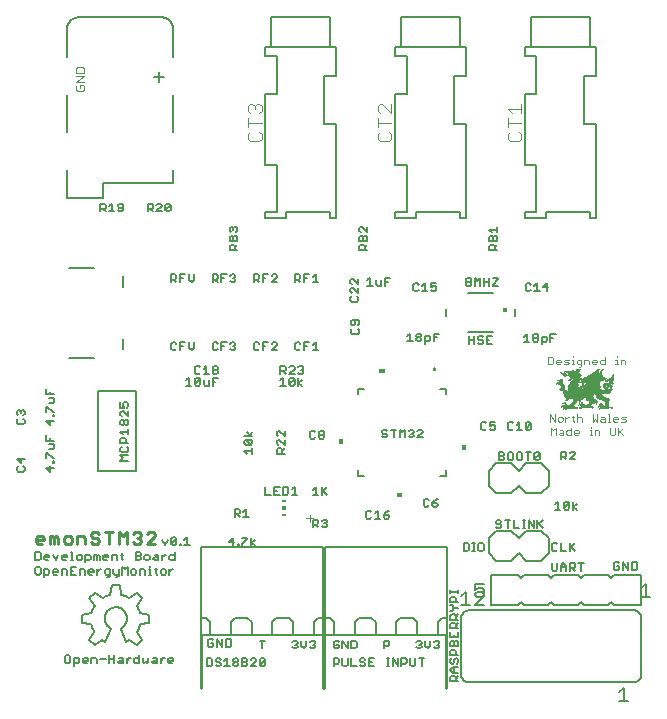
<source format=gto>
G75*
%MOIN*%
%OFA0B0*%
%FSLAX24Y24*%
%IPPOS*%
%LPD*%
%AMOC8*
5,1,8,0,0,1.08239X$1,22.5*
%
%ADD10C,0.0060*%
%ADD11C,0.0120*%
%ADD12C,0.0100*%
%ADD13C,0.0040*%
%ADD14R,0.0002X0.0003*%
%ADD15R,0.0005X0.0002*%
%ADD16R,0.0008X0.0003*%
%ADD17R,0.0010X0.0002*%
%ADD18R,0.0023X0.0002*%
%ADD19R,0.0010X0.0003*%
%ADD20R,0.0035X0.0003*%
%ADD21R,0.0015X0.0002*%
%ADD22R,0.0042X0.0002*%
%ADD23R,0.0018X0.0003*%
%ADD24R,0.0050X0.0003*%
%ADD25R,0.0020X0.0002*%
%ADD26R,0.0055X0.0002*%
%ADD27R,0.0002X0.0002*%
%ADD28R,0.0020X0.0003*%
%ADD29R,0.0060X0.0003*%
%ADD30R,0.0025X0.0002*%
%ADD31R,0.0068X0.0002*%
%ADD32R,0.0027X0.0003*%
%ADD33R,0.0072X0.0003*%
%ADD34R,0.0005X0.0003*%
%ADD35R,0.0032X0.0002*%
%ADD36R,0.0077X0.0002*%
%ADD37R,0.0007X0.0002*%
%ADD38R,0.0033X0.0002*%
%ADD39R,0.0083X0.0003*%
%ADD40R,0.0007X0.0003*%
%ADD41R,0.0045X0.0003*%
%ADD42R,0.0120X0.0002*%
%ADD43R,0.0027X0.0002*%
%ADD44R,0.0013X0.0002*%
%ADD45R,0.0012X0.0002*%
%ADD46R,0.0057X0.0002*%
%ADD47R,0.0060X0.0002*%
%ADD48R,0.0003X0.0002*%
%ADD49R,0.0122X0.0003*%
%ADD50R,0.0033X0.0003*%
%ADD51R,0.0015X0.0003*%
%ADD52R,0.0017X0.0003*%
%ADD53R,0.0065X0.0003*%
%ADD54R,0.0082X0.0003*%
%ADD55R,0.0123X0.0002*%
%ADD56R,0.0065X0.0002*%
%ADD57R,0.0035X0.0002*%
%ADD58R,0.0018X0.0002*%
%ADD59R,0.0097X0.0002*%
%ADD60R,0.0105X0.0002*%
%ADD61R,0.0125X0.0003*%
%ADD62R,0.0100X0.0003*%
%ADD63R,0.0040X0.0003*%
%ADD64R,0.0022X0.0003*%
%ADD65R,0.0118X0.0003*%
%ADD66R,0.0013X0.0003*%
%ADD67R,0.0133X0.0002*%
%ADD68R,0.0048X0.0002*%
%ADD69R,0.0103X0.0002*%
%ADD70R,0.0128X0.0002*%
%ADD71R,0.0037X0.0002*%
%ADD72R,0.0275X0.0003*%
%ADD73R,0.0090X0.0003*%
%ADD74R,0.0110X0.0003*%
%ADD75R,0.0140X0.0003*%
%ADD76R,0.0070X0.0003*%
%ADD77R,0.0277X0.0002*%
%ADD78R,0.0095X0.0002*%
%ADD79R,0.0118X0.0002*%
%ADD80R,0.0160X0.0002*%
%ADD81R,0.0073X0.0002*%
%ADD82R,0.0285X0.0003*%
%ADD83R,0.0282X0.0003*%
%ADD84R,0.0075X0.0003*%
%ADD85R,0.0290X0.0002*%
%ADD86R,0.0008X0.0002*%
%ADD87R,0.0285X0.0002*%
%ADD88R,0.0080X0.0002*%
%ADD89R,0.0300X0.0003*%
%ADD90R,0.0025X0.0003*%
%ADD91R,0.0085X0.0003*%
%ADD92R,0.0460X0.0002*%
%ADD93R,0.0088X0.0002*%
%ADD94R,0.0458X0.0003*%
%ADD95R,0.0087X0.0003*%
%ADD96R,0.0455X0.0002*%
%ADD97R,0.0078X0.0002*%
%ADD98R,0.0090X0.0002*%
%ADD99R,0.0447X0.0003*%
%ADD100R,0.0080X0.0003*%
%ADD101R,0.0443X0.0002*%
%ADD102R,0.0083X0.0002*%
%ADD103R,0.0017X0.0002*%
%ADD104R,0.0283X0.0002*%
%ADD105R,0.0093X0.0002*%
%ADD106R,0.0440X0.0003*%
%ADD107R,0.0280X0.0003*%
%ADD108R,0.0095X0.0003*%
%ADD109R,0.0435X0.0002*%
%ADD110R,0.0085X0.0002*%
%ADD111R,0.0075X0.0002*%
%ADD112R,0.0045X0.0002*%
%ADD113R,0.0400X0.0002*%
%ADD114R,0.0425X0.0003*%
%ADD115R,0.0102X0.0003*%
%ADD116R,0.0355X0.0003*%
%ADD117R,0.0415X0.0002*%
%ADD118R,0.0115X0.0002*%
%ADD119R,0.0108X0.0002*%
%ADD120R,0.0352X0.0002*%
%ADD121R,0.0398X0.0003*%
%ADD122R,0.0093X0.0003*%
%ADD123R,0.0128X0.0003*%
%ADD124R,0.0113X0.0003*%
%ADD125R,0.0353X0.0003*%
%ADD126R,0.0380X0.0002*%
%ADD127R,0.0242X0.0002*%
%ADD128R,0.0348X0.0002*%
%ADD129R,0.0253X0.0003*%
%ADD130R,0.0248X0.0003*%
%ADD131R,0.0133X0.0003*%
%ADD132R,0.0347X0.0003*%
%ADD133R,0.0227X0.0002*%
%ADD134R,0.0262X0.0002*%
%ADD135R,0.0157X0.0002*%
%ADD136R,0.0030X0.0002*%
%ADD137R,0.0275X0.0002*%
%ADD138R,0.0063X0.0002*%
%ADD139R,0.0195X0.0003*%
%ADD140R,0.0435X0.0003*%
%ADD141R,0.0305X0.0003*%
%ADD142R,0.0193X0.0002*%
%ADD143R,0.0432X0.0002*%
%ADD144R,0.0293X0.0002*%
%ADD145R,0.0198X0.0003*%
%ADD146R,0.0428X0.0003*%
%ADD147R,0.0293X0.0003*%
%ADD148R,0.0022X0.0002*%
%ADD149R,0.0210X0.0002*%
%ADD150R,0.0420X0.0002*%
%ADD151R,0.0325X0.0002*%
%ADD152R,0.0220X0.0003*%
%ADD153R,0.0415X0.0003*%
%ADD154R,0.0320X0.0003*%
%ADD155R,0.0245X0.0002*%
%ADD156R,0.0410X0.0002*%
%ADD157R,0.0320X0.0002*%
%ADD158R,0.0313X0.0003*%
%ADD159R,0.0317X0.0003*%
%ADD160R,0.0317X0.0002*%
%ADD161R,0.0375X0.0002*%
%ADD162R,0.0315X0.0002*%
%ADD163R,0.0323X0.0003*%
%ADD164R,0.0375X0.0003*%
%ADD165R,0.0315X0.0003*%
%ADD166R,0.0273X0.0002*%
%ADD167R,0.0328X0.0003*%
%ADD168R,0.0270X0.0003*%
%ADD169R,0.0182X0.0003*%
%ADD170R,0.0123X0.0003*%
%ADD171R,0.0330X0.0002*%
%ADD172R,0.0267X0.0002*%
%ADD173R,0.0373X0.0003*%
%ADD174R,0.0267X0.0003*%
%ADD175R,0.0108X0.0003*%
%ADD176R,0.0100X0.0002*%
%ADD177R,0.0277X0.0003*%
%ADD178R,0.0053X0.0003*%
%ADD179R,0.0378X0.0003*%
%ADD180R,0.0292X0.0003*%
%ADD181R,0.0030X0.0003*%
%ADD182R,0.0042X0.0003*%
%ADD183R,0.0377X0.0002*%
%ADD184R,0.0297X0.0002*%
%ADD185R,0.0043X0.0002*%
%ADD186R,0.0058X0.0003*%
%ADD187R,0.0310X0.0002*%
%ADD188R,0.0102X0.0002*%
%ADD189R,0.0067X0.0003*%
%ADD190R,0.0280X0.0002*%
%ADD191R,0.0322X0.0002*%
%ADD192R,0.0175X0.0003*%
%ADD193R,0.0327X0.0003*%
%ADD194R,0.0072X0.0002*%
%ADD195R,0.0158X0.0002*%
%ADD196R,0.0335X0.0002*%
%ADD197R,0.0070X0.0002*%
%ADD198R,0.0155X0.0003*%
%ADD199R,0.0157X0.0003*%
%ADD200R,0.0160X0.0003*%
%ADD201R,0.0150X0.0002*%
%ADD202R,0.0148X0.0002*%
%ADD203R,0.0155X0.0002*%
%ADD204R,0.0062X0.0003*%
%ADD205R,0.0148X0.0003*%
%ADD206R,0.0142X0.0003*%
%ADD207R,0.0145X0.0003*%
%ADD208R,0.0147X0.0002*%
%ADD209R,0.0142X0.0002*%
%ADD210R,0.0143X0.0002*%
%ADD211R,0.0067X0.0002*%
%ADD212R,0.0170X0.0003*%
%ADD213R,0.0143X0.0003*%
%ADD214R,0.0068X0.0003*%
%ADD215R,0.0145X0.0002*%
%ADD216R,0.0165X0.0002*%
%ADD217R,0.0140X0.0002*%
%ADD218R,0.0163X0.0003*%
%ADD219R,0.0150X0.0003*%
%ADD220R,0.0003X0.0003*%
%ADD221R,0.0063X0.0003*%
%ADD222R,0.0137X0.0003*%
%ADD223R,0.0082X0.0002*%
%ADD224R,0.0138X0.0003*%
%ADD225R,0.0062X0.0002*%
%ADD226R,0.0137X0.0002*%
%ADD227R,0.0077X0.0003*%
%ADD228R,0.0135X0.0002*%
%ADD229R,0.0135X0.0003*%
%ADD230R,0.0103X0.0003*%
%ADD231R,0.0058X0.0002*%
%ADD232R,0.0055X0.0003*%
%ADD233R,0.0047X0.0003*%
%ADD234R,0.0105X0.0003*%
%ADD235R,0.0053X0.0002*%
%ADD236R,0.0050X0.0002*%
%ADD237R,0.0132X0.0002*%
%ADD238R,0.0152X0.0002*%
%ADD239R,0.0130X0.0003*%
%ADD240R,0.0130X0.0002*%
%ADD241R,0.0028X0.0002*%
%ADD242R,0.0107X0.0002*%
%ADD243R,0.0028X0.0003*%
%ADD244R,0.0107X0.0003*%
%ADD245R,0.0167X0.0003*%
%ADD246R,0.0172X0.0002*%
%ADD247R,0.0023X0.0003*%
%ADD248R,0.0180X0.0002*%
%ADD249R,0.0110X0.0002*%
%ADD250R,0.0187X0.0002*%
%ADD251R,0.0132X0.0003*%
%ADD252R,0.0190X0.0003*%
%ADD253R,0.0200X0.0002*%
%ADD254R,0.0052X0.0002*%
%ADD255R,0.0112X0.0002*%
%ADD256R,0.0012X0.0003*%
%ADD257R,0.0272X0.0003*%
%ADD258R,0.0112X0.0003*%
%ADD259R,0.0272X0.0002*%
%ADD260R,0.0115X0.0003*%
%ADD261R,0.0268X0.0002*%
%ADD262R,0.0265X0.0003*%
%ADD263R,0.0265X0.0002*%
%ADD264R,0.0117X0.0003*%
%ADD265R,0.0260X0.0002*%
%ADD266R,0.0260X0.0003*%
%ADD267R,0.0120X0.0003*%
%ADD268R,0.0122X0.0002*%
%ADD269R,0.0038X0.0002*%
%ADD270R,0.0255X0.0002*%
%ADD271R,0.0127X0.0002*%
%ADD272R,0.0255X0.0003*%
%ADD273R,0.0040X0.0002*%
%ADD274R,0.0252X0.0002*%
%ADD275R,0.0043X0.0003*%
%ADD276R,0.0250X0.0003*%
%ADD277R,0.0248X0.0002*%
%ADD278R,0.0152X0.0003*%
%ADD279R,0.0245X0.0003*%
%ADD280R,0.0153X0.0002*%
%ADD281R,0.0243X0.0003*%
%ADD282R,0.0162X0.0002*%
%ADD283R,0.0243X0.0002*%
%ADD284R,0.0240X0.0003*%
%ADD285R,0.0147X0.0003*%
%ADD286R,0.0240X0.0002*%
%ADD287R,0.0158X0.0003*%
%ADD288R,0.0250X0.0002*%
%ADD289R,0.0305X0.0002*%
%ADD290R,0.0308X0.0003*%
%ADD291R,0.0228X0.0003*%
%ADD292R,0.0308X0.0002*%
%ADD293R,0.0307X0.0003*%
%ADD294R,0.0232X0.0003*%
%ADD295R,0.0253X0.0002*%
%ADD296R,0.0235X0.0002*%
%ADD297R,0.0310X0.0003*%
%ADD298R,0.0047X0.0002*%
%ADD299R,0.0313X0.0002*%
%ADD300R,0.0312X0.0003*%
%ADD301R,0.0287X0.0002*%
%ADD302R,0.0263X0.0003*%
%ADD303R,0.0288X0.0003*%
%ADD304R,0.0302X0.0002*%
%ADD305R,0.0057X0.0003*%
%ADD306R,0.0322X0.0003*%
%ADD307R,0.0307X0.0002*%
%ADD308R,0.0330X0.0003*%
%ADD309R,0.0312X0.0002*%
%ADD310R,0.0333X0.0002*%
%ADD311R,0.0337X0.0003*%
%ADD312R,0.0300X0.0002*%
%ADD313R,0.0340X0.0002*%
%ADD314R,0.0340X0.0003*%
%ADD315R,0.0342X0.0002*%
%ADD316R,0.0325X0.0003*%
%ADD317R,0.0295X0.0003*%
%ADD318R,0.0343X0.0003*%
%ADD319R,0.0328X0.0002*%
%ADD320R,0.0345X0.0002*%
%ADD321R,0.0290X0.0003*%
%ADD322R,0.0342X0.0003*%
%ADD323R,0.0333X0.0003*%
%ADD324R,0.0335X0.0003*%
%ADD325R,0.0338X0.0002*%
%ADD326R,0.0350X0.0003*%
%ADD327R,0.0332X0.0003*%
%ADD328R,0.0355X0.0002*%
%ADD329R,0.0362X0.0003*%
%ADD330R,0.0273X0.0003*%
%ADD331R,0.0365X0.0002*%
%ADD332R,0.0270X0.0002*%
%ADD333R,0.0162X0.0003*%
%ADD334R,0.0268X0.0003*%
%ADD335R,0.0168X0.0002*%
%ADD336R,0.0378X0.0002*%
%ADD337R,0.0172X0.0003*%
%ADD338R,0.0382X0.0003*%
%ADD339R,0.0178X0.0002*%
%ADD340R,0.0388X0.0002*%
%ADD341R,0.0292X0.0002*%
%ADD342R,0.0185X0.0003*%
%ADD343R,0.0392X0.0003*%
%ADD344R,0.0587X0.0002*%
%ADD345R,0.0258X0.0002*%
%ADD346R,0.0593X0.0003*%
%ADD347R,0.0257X0.0003*%
%ADD348R,0.0600X0.0002*%
%ADD349R,0.0257X0.0002*%
%ADD350R,0.0602X0.0003*%
%ADD351R,0.0608X0.0002*%
%ADD352R,0.0612X0.0003*%
%ADD353R,0.0620X0.0002*%
%ADD354R,0.0625X0.0003*%
%ADD355R,0.0630X0.0002*%
%ADD356R,0.0635X0.0003*%
%ADD357R,0.0258X0.0003*%
%ADD358R,0.0642X0.0002*%
%ADD359R,0.0645X0.0003*%
%ADD360R,0.0247X0.0003*%
%ADD361R,0.0650X0.0002*%
%ADD362R,0.0655X0.0003*%
%ADD363R,0.0663X0.0002*%
%ADD364R,0.0670X0.0003*%
%ADD365R,0.0678X0.0002*%
%ADD366R,0.0237X0.0002*%
%ADD367R,0.0685X0.0003*%
%ADD368R,0.0237X0.0003*%
%ADD369R,0.0690X0.0002*%
%ADD370R,0.0700X0.0003*%
%ADD371R,0.0235X0.0003*%
%ADD372R,0.0233X0.0003*%
%ADD373R,0.0712X0.0002*%
%ADD374R,0.0230X0.0002*%
%ADD375R,0.0952X0.0003*%
%ADD376R,0.0955X0.0002*%
%ADD377R,0.0225X0.0002*%
%ADD378R,0.0955X0.0003*%
%ADD379R,0.0222X0.0003*%
%ADD380R,0.0960X0.0002*%
%ADD381R,0.0222X0.0002*%
%ADD382R,0.0960X0.0003*%
%ADD383R,0.0963X0.0002*%
%ADD384R,0.0217X0.0002*%
%ADD385R,0.0963X0.0003*%
%ADD386R,0.0215X0.0003*%
%ADD387R,0.0967X0.0002*%
%ADD388R,0.0215X0.0002*%
%ADD389R,0.0967X0.0003*%
%ADD390R,0.0213X0.0003*%
%ADD391R,0.0970X0.0003*%
%ADD392R,0.0210X0.0003*%
%ADD393R,0.0973X0.0002*%
%ADD394R,0.0208X0.0002*%
%ADD395R,0.0975X0.0003*%
%ADD396R,0.0205X0.0003*%
%ADD397R,0.0977X0.0002*%
%ADD398R,0.0205X0.0002*%
%ADD399R,0.0977X0.0003*%
%ADD400R,0.0983X0.0002*%
%ADD401R,0.0983X0.0003*%
%ADD402R,0.0987X0.0002*%
%ADD403R,0.0990X0.0003*%
%ADD404R,0.0990X0.0002*%
%ADD405R,0.0995X0.0003*%
%ADD406R,0.0998X0.0002*%
%ADD407R,0.1003X0.0003*%
%ADD408R,0.1007X0.0002*%
%ADD409R,0.1010X0.0003*%
%ADD410R,0.0212X0.0003*%
%ADD411R,0.1012X0.0002*%
%ADD412R,0.0212X0.0002*%
%ADD413R,0.1018X0.0003*%
%ADD414R,0.1020X0.0002*%
%ADD415R,0.0218X0.0002*%
%ADD416R,0.1027X0.0003*%
%ADD417R,0.1032X0.0002*%
%ADD418R,0.1040X0.0003*%
%ADD419R,0.0230X0.0003*%
%ADD420R,0.1273X0.0002*%
%ADD421R,0.1273X0.0003*%
%ADD422R,0.0180X0.0003*%
%ADD423R,0.0203X0.0002*%
%ADD424R,0.1272X0.0002*%
%ADD425R,0.1522X0.0003*%
%ADD426R,0.1527X0.0002*%
%ADD427R,0.1532X0.0003*%
%ADD428R,0.1540X0.0002*%
%ADD429R,0.1543X0.0003*%
%ADD430R,0.1548X0.0002*%
%ADD431R,0.1550X0.0003*%
%ADD432R,0.1555X0.0002*%
%ADD433R,0.1560X0.0003*%
%ADD434R,0.1562X0.0002*%
%ADD435R,0.1565X0.0003*%
%ADD436R,0.1567X0.0002*%
%ADD437R,0.1575X0.0003*%
%ADD438R,0.1578X0.0002*%
%ADD439R,0.1580X0.0003*%
%ADD440R,0.1580X0.0002*%
%ADD441R,0.1583X0.0003*%
%ADD442R,0.1587X0.0002*%
%ADD443R,0.1590X0.0003*%
%ADD444R,0.1592X0.0002*%
%ADD445R,0.1592X0.0003*%
%ADD446R,0.0370X0.0002*%
%ADD447R,0.1225X0.0002*%
%ADD448R,0.1225X0.0003*%
%ADD449R,0.0373X0.0002*%
%ADD450R,0.1222X0.0002*%
%ADD451R,0.0377X0.0003*%
%ADD452R,0.0203X0.0003*%
%ADD453R,0.0207X0.0002*%
%ADD454R,0.0207X0.0003*%
%ADD455R,0.1223X0.0003*%
%ADD456R,0.1220X0.0002*%
%ADD457R,0.1222X0.0003*%
%ADD458R,0.1217X0.0003*%
%ADD459R,0.1218X0.0002*%
%ADD460R,0.0218X0.0003*%
%ADD461R,0.0968X0.0003*%
%ADD462R,0.0220X0.0002*%
%ADD463R,0.0032X0.0003*%
%ADD464R,0.0223X0.0003*%
%ADD465R,0.0937X0.0003*%
%ADD466R,0.0918X0.0002*%
%ADD467R,0.0052X0.0003*%
%ADD468R,0.0097X0.0003*%
%ADD469R,0.0898X0.0003*%
%ADD470R,0.0878X0.0002*%
%ADD471R,0.0823X0.0003*%
%ADD472R,0.0127X0.0003*%
%ADD473R,0.0092X0.0002*%
%ADD474R,0.0700X0.0002*%
%ADD475R,0.0670X0.0002*%
%ADD476R,0.0640X0.0002*%
%ADD477R,0.0627X0.0003*%
%ADD478R,0.0615X0.0002*%
%ADD479R,0.0605X0.0003*%
%ADD480R,0.0595X0.0002*%
%ADD481R,0.0588X0.0003*%
%ADD482R,0.0098X0.0003*%
%ADD483R,0.0362X0.0002*%
%ADD484R,0.0578X0.0002*%
%ADD485R,0.0395X0.0003*%
%ADD486R,0.0567X0.0003*%
%ADD487R,0.0422X0.0002*%
%ADD488R,0.0560X0.0002*%
%ADD489R,0.0432X0.0003*%
%ADD490R,0.0555X0.0003*%
%ADD491R,0.0442X0.0002*%
%ADD492R,0.0548X0.0002*%
%ADD493R,0.0450X0.0003*%
%ADD494R,0.0540X0.0003*%
%ADD495R,0.0092X0.0003*%
%ADD496R,0.0530X0.0002*%
%ADD497R,0.0462X0.0003*%
%ADD498R,0.0523X0.0003*%
%ADD499R,0.0467X0.0002*%
%ADD500R,0.0517X0.0002*%
%ADD501R,0.0472X0.0003*%
%ADD502R,0.0510X0.0003*%
%ADD503R,0.0475X0.0002*%
%ADD504R,0.0502X0.0002*%
%ADD505R,0.0480X0.0003*%
%ADD506R,0.0497X0.0003*%
%ADD507R,0.0482X0.0002*%
%ADD508R,0.0490X0.0002*%
%ADD509R,0.0485X0.0003*%
%ADD510R,0.0487X0.0002*%
%ADD511R,0.0488X0.0003*%
%ADD512R,0.0468X0.0003*%
%ADD513R,0.0153X0.0003*%
%ADD514R,0.0493X0.0003*%
%ADD515R,0.0453X0.0003*%
%ADD516R,0.0495X0.0002*%
%ADD517R,0.0448X0.0002*%
%ADD518R,0.0037X0.0003*%
%ADD519R,0.0495X0.0003*%
%ADD520R,0.0442X0.0003*%
%ADD521R,0.0498X0.0002*%
%ADD522R,0.0450X0.0002*%
%ADD523R,0.0038X0.0003*%
%ADD524R,0.0500X0.0003*%
%ADD525R,0.0165X0.0003*%
%ADD526R,0.0500X0.0002*%
%ADD527R,0.0512X0.0002*%
%ADD528R,0.0073X0.0003*%
%ADD529R,0.0502X0.0003*%
%ADD530R,0.0113X0.0002*%
%ADD531R,0.0505X0.0002*%
%ADD532R,0.0493X0.0002*%
%ADD533R,0.0505X0.0003*%
%ADD534R,0.0483X0.0003*%
%ADD535R,0.0358X0.0003*%
%ADD536R,0.0465X0.0003*%
%ADD537R,0.0457X0.0002*%
%ADD538R,0.0445X0.0003*%
%ADD539R,0.0438X0.0002*%
%ADD540R,0.0098X0.0002*%
%ADD541R,0.0417X0.0002*%
%ADD542R,0.0410X0.0003*%
%ADD543R,0.0402X0.0002*%
%ADD544R,0.0318X0.0002*%
%ADD545R,0.0318X0.0003*%
%ADD546R,0.0370X0.0003*%
%ADD547R,0.0363X0.0002*%
%ADD548R,0.0088X0.0003*%
%ADD549R,0.0283X0.0003*%
%ADD550R,0.0357X0.0002*%
%ADD551R,0.0087X0.0002*%
%ADD552R,0.0117X0.0002*%
%ADD553R,0.0350X0.0002*%
%ADD554R,0.0188X0.0003*%
%ADD555R,0.0195X0.0002*%
%ADD556R,0.0178X0.0003*%
%ADD557R,0.0327X0.0002*%
%ADD558R,0.0213X0.0002*%
%ADD559R,0.0233X0.0002*%
%ADD560R,0.0298X0.0002*%
%ADD561R,0.0138X0.0002*%
%ADD562R,0.0238X0.0003*%
%ADD563R,0.0202X0.0003*%
%ADD564R,0.0282X0.0002*%
%ADD565R,0.0358X0.0002*%
%ADD566R,0.0202X0.0002*%
%ADD567R,0.0420X0.0003*%
%ADD568R,0.0440X0.0002*%
%ADD569R,0.0225X0.0003*%
%ADD570R,0.0192X0.0002*%
%ADD571R,0.0217X0.0003*%
%ADD572R,0.0278X0.0003*%
%ADD573R,0.0457X0.0003*%
%ADD574R,0.0182X0.0002*%
%ADD575R,0.0452X0.0003*%
%ADD576R,0.0177X0.0003*%
%ADD577R,0.0438X0.0003*%
%ADD578R,0.0433X0.0002*%
%ADD579R,0.0405X0.0003*%
%ADD580R,0.0278X0.0002*%
%ADD581R,0.0393X0.0003*%
%ADD582R,0.0387X0.0002*%
%ADD583R,0.0380X0.0003*%
%ADD584R,0.0367X0.0002*%
%ADD585R,0.0363X0.0003*%
%ADD586R,0.0360X0.0002*%
%ADD587R,0.0288X0.0002*%
%ADD588R,0.0348X0.0003*%
%ADD589R,0.0338X0.0003*%
%ADD590R,0.0302X0.0003*%
%ADD591R,0.0295X0.0002*%
%ADD592R,0.0232X0.0002*%
%ADD593R,0.0188X0.0002*%
%ADD594R,0.0193X0.0003*%
%ADD595R,0.0125X0.0002*%
%ADD596R,0.0190X0.0002*%
%ADD597R,0.0187X0.0003*%
%ADD598R,0.0208X0.0003*%
%ADD599R,0.0170X0.0002*%
%ADD600R,0.0167X0.0002*%
%ADD601R,0.0173X0.0003*%
%ADD602R,0.0175X0.0002*%
%ADD603R,0.0393X0.0002*%
%ADD604R,0.0185X0.0002*%
%ADD605R,0.0477X0.0002*%
%ADD606R,0.0252X0.0003*%
%ADD607R,0.0197X0.0003*%
%ADD608R,0.0247X0.0002*%
%ADD609R,0.0503X0.0003*%
%ADD610R,0.0510X0.0002*%
%ADD611R,0.0518X0.0003*%
%ADD612R,0.0527X0.0002*%
%ADD613R,0.0535X0.0003*%
%ADD614R,0.0537X0.0002*%
%ADD615R,0.0508X0.0003*%
%ADD616R,0.0472X0.0002*%
%ADD617R,0.0200X0.0003*%
%ADD618R,0.0433X0.0003*%
%ADD619R,0.0197X0.0002*%
%ADD620R,0.0423X0.0002*%
%ADD621R,0.0413X0.0003*%
%ADD622R,0.0405X0.0002*%
%ADD623R,0.0397X0.0003*%
%ADD624R,0.0332X0.0002*%
%ADD625R,0.0287X0.0003*%
%ADD626R,0.0183X0.0002*%
%ADD627R,0.0183X0.0003*%
%ADD628R,0.0227X0.0003*%
%ADD629R,0.0048X0.0003*%
%ADD630R,0.0518X0.0002*%
%ADD631R,0.0533X0.0003*%
%ADD632R,0.0598X0.0002*%
%ADD633R,0.0173X0.0002*%
%ADD634R,0.0600X0.0003*%
%ADD635R,0.0412X0.0003*%
%ADD636R,0.0168X0.0003*%
%ADD637R,0.0003X0.0003*%
%ADD638R,0.0163X0.0002*%
%ADD639R,0.0177X0.0002*%
%ADD640R,0.0418X0.0003*%
%ADD641C,0.0080*%
%ADD642C,0.0080*%
%ADD643C,0.0050*%
%ADD644C,0.0143*%
%ADD645C,0.0030*%
%ADD646R,0.0118X0.0059*%
%ADD647R,0.0118X0.0118*%
%ADD648C,0.0010*%
%ADD649C,0.0070*%
D10*
X001908Y001599D02*
X001951Y001556D01*
X002038Y001556D01*
X002081Y001599D01*
X002081Y001773D01*
X002038Y001816D01*
X001951Y001816D01*
X001908Y001773D01*
X001908Y001599D01*
X002203Y001556D02*
X002333Y001556D01*
X002376Y001599D01*
X002376Y001686D01*
X002333Y001730D01*
X002203Y001730D01*
X002203Y001469D01*
X002497Y001599D02*
X002497Y001686D01*
X002541Y001730D01*
X002627Y001730D01*
X002671Y001686D01*
X002671Y001643D01*
X002497Y001643D01*
X002497Y001599D02*
X002541Y001556D01*
X002627Y001556D01*
X002792Y001556D02*
X002792Y001730D01*
X002922Y001730D01*
X002965Y001686D01*
X002965Y001556D01*
X003087Y001686D02*
X003260Y001686D01*
X003381Y001686D02*
X003555Y001686D01*
X003555Y001816D02*
X003555Y001556D01*
X003676Y001599D02*
X003719Y001643D01*
X003849Y001643D01*
X003849Y001686D02*
X003849Y001556D01*
X003719Y001556D01*
X003676Y001599D01*
X003719Y001730D02*
X003806Y001730D01*
X003849Y001686D01*
X003971Y001643D02*
X004057Y001730D01*
X004101Y001730D01*
X004216Y001686D02*
X004216Y001599D01*
X004259Y001556D01*
X004390Y001556D01*
X004390Y001816D01*
X004390Y001730D02*
X004259Y001730D01*
X004216Y001686D01*
X003971Y001730D02*
X003971Y001556D01*
X004511Y001599D02*
X004554Y001556D01*
X004597Y001599D01*
X004641Y001556D01*
X004684Y001599D01*
X004684Y001730D01*
X004849Y001730D02*
X004935Y001730D01*
X004979Y001686D01*
X004979Y001556D01*
X004849Y001556D01*
X004805Y001599D01*
X004849Y001643D01*
X004979Y001643D01*
X005100Y001643D02*
X005187Y001730D01*
X005230Y001730D01*
X005346Y001686D02*
X005346Y001599D01*
X005389Y001556D01*
X005476Y001556D01*
X005519Y001643D02*
X005346Y001643D01*
X005346Y001686D02*
X005389Y001730D01*
X005476Y001730D01*
X005519Y001686D01*
X005519Y001643D01*
X005100Y001556D02*
X005100Y001730D01*
X004511Y001730D02*
X004511Y001599D01*
X004294Y002152D02*
X004054Y002322D01*
X003954Y002262D01*
X003764Y002712D01*
X004315Y002582D02*
X004338Y002623D01*
X004359Y002666D01*
X004377Y002711D01*
X004392Y002756D01*
X004405Y002802D01*
X004415Y002849D01*
X004414Y002852D02*
X004714Y002902D01*
X004714Y003162D01*
X004414Y003222D01*
X004304Y003472D02*
X004484Y003732D01*
X004294Y003912D01*
X004034Y003732D01*
X003784Y003832D02*
X003734Y004152D01*
X003464Y004152D01*
X003414Y003832D01*
X003164Y003732D02*
X002904Y003912D01*
X002714Y003732D01*
X002894Y003472D01*
X002784Y003222D02*
X002484Y003162D01*
X002484Y002902D01*
X002784Y002852D01*
X002884Y002582D02*
X002724Y002342D01*
X002904Y002152D01*
X003144Y002322D01*
X003244Y002262D01*
X003444Y002712D01*
X002888Y002585D02*
X002860Y002635D01*
X002836Y002687D01*
X002815Y002740D01*
X002798Y002795D01*
X002785Y002851D01*
X003168Y003736D02*
X003213Y003761D01*
X003260Y003784D01*
X003308Y003803D01*
X003357Y003820D01*
X003407Y003833D01*
X003362Y004422D02*
X003405Y004466D01*
X003405Y004682D01*
X003275Y004682D01*
X003232Y004639D01*
X003232Y004552D01*
X003275Y004509D01*
X003405Y004509D01*
X003362Y004422D02*
X003319Y004422D01*
X003526Y004552D02*
X003526Y004682D01*
X003526Y004552D02*
X003570Y004509D01*
X003700Y004509D01*
X003700Y004466D02*
X003657Y004422D01*
X003613Y004422D01*
X003700Y004466D02*
X003700Y004682D01*
X003821Y004769D02*
X003821Y004509D01*
X003995Y004509D02*
X003995Y004769D01*
X003908Y004682D01*
X003821Y004769D01*
X003859Y005001D02*
X003815Y005044D01*
X003815Y005218D01*
X003772Y005174D02*
X003859Y005174D01*
X003651Y005131D02*
X003651Y005001D01*
X003651Y005131D02*
X003607Y005174D01*
X003477Y005174D01*
X003477Y005001D01*
X003356Y005088D02*
X003183Y005088D01*
X003183Y005131D02*
X003183Y005044D01*
X003226Y005001D01*
X003313Y005001D01*
X003356Y005088D02*
X003356Y005131D01*
X003313Y005174D01*
X003226Y005174D01*
X003183Y005131D01*
X003062Y005131D02*
X003062Y005001D01*
X002975Y005001D02*
X002975Y005131D01*
X003018Y005174D01*
X003062Y005131D01*
X002975Y005131D02*
X002931Y005174D01*
X002888Y005174D01*
X002888Y005001D01*
X002767Y005044D02*
X002767Y005131D01*
X002724Y005174D01*
X002593Y005174D01*
X002593Y004914D01*
X002593Y005001D02*
X002724Y005001D01*
X002767Y005044D01*
X002472Y005044D02*
X002472Y005131D01*
X002429Y005174D01*
X002342Y005174D01*
X002299Y005131D01*
X002299Y005044D01*
X002342Y005001D01*
X002429Y005001D01*
X002472Y005044D01*
X002189Y005001D02*
X002102Y005001D01*
X002146Y005001D02*
X002146Y005261D01*
X002102Y005261D01*
X001981Y005131D02*
X001981Y005088D01*
X001808Y005088D01*
X001808Y005131D02*
X001808Y005044D01*
X001851Y005001D01*
X001938Y005001D01*
X001981Y005131D02*
X001938Y005174D01*
X001851Y005174D01*
X001808Y005131D01*
X001686Y005174D02*
X001600Y005001D01*
X001513Y005174D01*
X001392Y005131D02*
X001392Y005088D01*
X001218Y005088D01*
X001218Y005131D02*
X001218Y005044D01*
X001262Y005001D01*
X001348Y005001D01*
X001392Y005131D02*
X001348Y005174D01*
X001262Y005174D01*
X001218Y005131D01*
X001097Y005044D02*
X001097Y005218D01*
X001054Y005261D01*
X000924Y005261D01*
X000924Y005001D01*
X001054Y005001D01*
X001097Y005044D01*
X001054Y004769D02*
X001097Y004726D01*
X001097Y004552D01*
X001054Y004509D01*
X000967Y004509D01*
X000924Y004552D01*
X000924Y004726D01*
X000967Y004769D01*
X001054Y004769D01*
X001218Y004682D02*
X001218Y004422D01*
X001218Y004509D02*
X001348Y004509D01*
X001392Y004552D01*
X001392Y004639D01*
X001348Y004682D01*
X001218Y004682D01*
X001513Y004639D02*
X001556Y004682D01*
X001643Y004682D01*
X001686Y004639D01*
X001686Y004596D01*
X001513Y004596D01*
X001513Y004639D02*
X001513Y004552D01*
X001556Y004509D01*
X001643Y004509D01*
X001808Y004509D02*
X001808Y004682D01*
X001938Y004682D01*
X001981Y004639D01*
X001981Y004509D01*
X002102Y004509D02*
X002276Y004509D01*
X002397Y004509D02*
X002397Y004682D01*
X002527Y004682D01*
X002570Y004639D01*
X002570Y004509D01*
X002692Y004552D02*
X002692Y004639D01*
X002735Y004682D01*
X002822Y004682D01*
X002865Y004639D01*
X002865Y004596D01*
X002692Y004596D01*
X002692Y004552D02*
X002735Y004509D01*
X002822Y004509D01*
X002986Y004509D02*
X002986Y004682D01*
X002986Y004596D02*
X003073Y004682D01*
X003116Y004682D01*
X002276Y004769D02*
X002102Y004769D01*
X002102Y004509D01*
X002102Y004639D02*
X002189Y004639D01*
X003444Y002722D02*
X003411Y002740D01*
X003381Y002761D01*
X003352Y002785D01*
X003326Y002812D01*
X003304Y002841D01*
X003284Y002873D01*
X003267Y002906D01*
X003254Y002941D01*
X003245Y002977D01*
X003239Y003014D01*
X003237Y003051D01*
X003239Y003088D01*
X003244Y003125D01*
X003254Y003161D01*
X003266Y003196D01*
X003283Y003230D01*
X003302Y003261D01*
X003325Y003291D01*
X003351Y003318D01*
X003379Y003342D01*
X003410Y003363D01*
X003442Y003381D01*
X003476Y003396D01*
X003512Y003407D01*
X003548Y003415D01*
X003585Y003419D01*
X003623Y003419D01*
X003660Y003415D01*
X003696Y003407D01*
X003732Y003396D01*
X003766Y003381D01*
X003798Y003363D01*
X003829Y003342D01*
X003857Y003318D01*
X003883Y003291D01*
X003906Y003261D01*
X003925Y003230D01*
X003942Y003196D01*
X003954Y003161D01*
X003964Y003125D01*
X003969Y003088D01*
X003971Y003051D01*
X003969Y003014D01*
X003963Y002977D01*
X003954Y002941D01*
X003941Y002906D01*
X003924Y002873D01*
X003904Y002841D01*
X003882Y002812D01*
X003856Y002785D01*
X003827Y002761D01*
X003797Y002740D01*
X003764Y002722D01*
X004413Y003223D02*
X004398Y003275D01*
X004379Y003326D01*
X004357Y003376D01*
X004332Y003424D01*
X004303Y003471D01*
X004038Y003734D02*
X003991Y003761D01*
X003942Y003784D01*
X003892Y003804D01*
X003841Y003821D01*
X003789Y003835D01*
X004159Y004509D02*
X004116Y004552D01*
X004116Y004639D01*
X004159Y004682D01*
X004246Y004682D01*
X004289Y004639D01*
X004289Y004552D01*
X004246Y004509D01*
X004159Y004509D01*
X004410Y004509D02*
X004410Y004682D01*
X004541Y004682D01*
X004584Y004639D01*
X004584Y004509D01*
X004705Y004509D02*
X004792Y004509D01*
X004748Y004509D02*
X004748Y004682D01*
X004705Y004682D01*
X004748Y004769D02*
X004748Y004812D01*
X004688Y005001D02*
X004731Y005044D01*
X004731Y005131D01*
X004688Y005174D01*
X004601Y005174D01*
X004558Y005131D01*
X004558Y005044D01*
X004601Y005001D01*
X004688Y005001D01*
X004852Y005044D02*
X004896Y005088D01*
X005026Y005088D01*
X005026Y005131D02*
X005026Y005001D01*
X004896Y005001D01*
X004852Y005044D01*
X004896Y005174D02*
X004983Y005174D01*
X005026Y005131D01*
X005147Y005088D02*
X005234Y005174D01*
X005277Y005174D01*
X005393Y005131D02*
X005436Y005174D01*
X005566Y005174D01*
X005566Y005261D02*
X005566Y005001D01*
X005436Y005001D01*
X005393Y005044D01*
X005393Y005131D01*
X005147Y005174D02*
X005147Y005001D01*
X005141Y004682D02*
X005098Y004639D01*
X005098Y004552D01*
X005141Y004509D01*
X005228Y004509D01*
X005271Y004552D01*
X005271Y004639D01*
X005228Y004682D01*
X005141Y004682D01*
X004988Y004682D02*
X004901Y004682D01*
X004945Y004726D02*
X004945Y004552D01*
X004988Y004509D01*
X005393Y004509D02*
X005393Y004682D01*
X005393Y004596D02*
X005479Y004682D01*
X005523Y004682D01*
X005494Y005493D02*
X005451Y005536D01*
X005624Y005710D01*
X005624Y005536D01*
X005581Y005493D01*
X005494Y005493D01*
X005451Y005536D02*
X005451Y005710D01*
X005494Y005753D01*
X005581Y005753D01*
X005624Y005710D01*
X005745Y005536D02*
X005789Y005536D01*
X005789Y005493D01*
X005745Y005493D01*
X005745Y005536D01*
X005893Y005493D02*
X006066Y005493D01*
X005979Y005493D02*
X005979Y005753D01*
X005893Y005667D01*
X005329Y005667D02*
X005243Y005493D01*
X005156Y005667D01*
X004437Y005218D02*
X004437Y005174D01*
X004393Y005131D01*
X004263Y005131D01*
X004263Y005001D02*
X004263Y005261D01*
X004393Y005261D01*
X004437Y005218D01*
X004393Y005131D02*
X004437Y005088D01*
X004437Y005044D01*
X004393Y005001D01*
X004263Y005001D01*
X002895Y003468D02*
X002868Y003421D01*
X002844Y003374D01*
X002823Y003325D01*
X002805Y003274D01*
X002791Y003223D01*
X003381Y001816D02*
X003381Y001556D01*
X004294Y002152D02*
X004484Y002342D01*
X004314Y002582D01*
X006682Y002314D02*
X006682Y002141D01*
X006725Y002097D01*
X006812Y002097D01*
X006855Y002141D01*
X006855Y002228D01*
X006768Y002228D01*
X006682Y002314D02*
X006725Y002358D01*
X006812Y002358D01*
X006855Y002314D01*
X006976Y002358D02*
X006976Y002097D01*
X007150Y002097D02*
X006976Y002358D01*
X007150Y002358D02*
X007150Y002097D01*
X007271Y002097D02*
X007271Y002358D01*
X007401Y002358D01*
X007444Y002314D01*
X007444Y002141D01*
X007401Y002097D01*
X007271Y002097D01*
X007308Y001718D02*
X007308Y001458D01*
X007222Y001458D02*
X007395Y001458D01*
X007516Y001501D02*
X007516Y001544D01*
X007560Y001588D01*
X007646Y001588D01*
X007690Y001544D01*
X007690Y001501D01*
X007646Y001458D01*
X007560Y001458D01*
X007516Y001501D01*
X007560Y001588D02*
X007516Y001631D01*
X007516Y001675D01*
X007560Y001718D01*
X007646Y001718D01*
X007690Y001675D01*
X007690Y001631D01*
X007646Y001588D01*
X007811Y001588D02*
X007941Y001588D01*
X007984Y001544D01*
X007984Y001501D01*
X007941Y001458D01*
X007811Y001458D01*
X007811Y001718D01*
X007941Y001718D01*
X007984Y001675D01*
X007984Y001631D01*
X007941Y001588D01*
X008106Y001675D02*
X008149Y001718D01*
X008236Y001718D01*
X008279Y001675D01*
X008279Y001631D01*
X008106Y001458D01*
X008279Y001458D01*
X008400Y001501D02*
X008400Y001675D01*
X008444Y001718D01*
X008530Y001718D01*
X008574Y001675D01*
X008400Y001501D01*
X008444Y001458D01*
X008530Y001458D01*
X008574Y001501D01*
X008574Y001675D01*
X008491Y002048D02*
X008491Y002308D01*
X008577Y002308D02*
X008404Y002308D01*
X009487Y002265D02*
X009530Y002308D01*
X009617Y002308D01*
X009660Y002265D01*
X009660Y002222D01*
X009617Y002178D01*
X009660Y002135D01*
X009660Y002092D01*
X009617Y002048D01*
X009530Y002048D01*
X009487Y002092D01*
X009573Y002178D02*
X009617Y002178D01*
X009781Y002135D02*
X009868Y002048D01*
X009955Y002135D01*
X009955Y002308D01*
X010076Y002265D02*
X010119Y002308D01*
X010206Y002308D01*
X010249Y002265D01*
X010249Y002222D01*
X010206Y002178D01*
X010249Y002135D01*
X010249Y002092D01*
X010206Y002048D01*
X010119Y002048D01*
X010076Y002092D01*
X010163Y002178D02*
X010206Y002178D01*
X009781Y002135D02*
X009781Y002308D01*
X010865Y002265D02*
X010865Y002092D01*
X010908Y002048D01*
X010995Y002048D01*
X011038Y002092D01*
X011038Y002178D01*
X010951Y002178D01*
X010865Y002265D02*
X010908Y002308D01*
X010995Y002308D01*
X011038Y002265D01*
X011159Y002308D02*
X011333Y002048D01*
X011333Y002308D01*
X011454Y002308D02*
X011454Y002048D01*
X011584Y002048D01*
X011627Y002092D01*
X011627Y002265D01*
X011584Y002308D01*
X011454Y002308D01*
X011159Y002308D02*
X011159Y002048D01*
X011159Y001718D02*
X011159Y001501D01*
X011203Y001458D01*
X011289Y001458D01*
X011333Y001501D01*
X011333Y001718D01*
X011454Y001718D02*
X011454Y001458D01*
X011627Y001458D01*
X011749Y001501D02*
X011792Y001458D01*
X011879Y001458D01*
X011922Y001501D01*
X011922Y001544D01*
X011879Y001588D01*
X011792Y001588D01*
X011749Y001631D01*
X011749Y001675D01*
X011792Y001718D01*
X011879Y001718D01*
X011922Y001675D01*
X012043Y001718D02*
X012043Y001458D01*
X012217Y001458D01*
X012130Y001588D02*
X012043Y001588D01*
X012043Y001718D02*
X012217Y001718D01*
X012633Y001718D02*
X012719Y001718D01*
X012676Y001718D02*
X012676Y001458D01*
X012633Y001458D02*
X012719Y001458D01*
X012829Y001458D02*
X012829Y001718D01*
X013002Y001458D01*
X013002Y001718D01*
X013124Y001718D02*
X013124Y001458D01*
X013124Y001544D02*
X013254Y001544D01*
X013297Y001588D01*
X013297Y001675D01*
X013254Y001718D01*
X013124Y001718D01*
X013418Y001718D02*
X013418Y001501D01*
X013462Y001458D01*
X013548Y001458D01*
X013592Y001501D01*
X013592Y001718D01*
X013713Y001718D02*
X013886Y001718D01*
X013800Y001718D02*
X013800Y001458D01*
X013751Y002048D02*
X013664Y002048D01*
X013621Y002092D01*
X013707Y002178D02*
X013751Y002178D01*
X013794Y002135D01*
X013794Y002092D01*
X013751Y002048D01*
X013751Y002178D02*
X013794Y002222D01*
X013794Y002265D01*
X013751Y002308D01*
X013664Y002308D01*
X013621Y002265D01*
X013915Y002308D02*
X013915Y002135D01*
X014002Y002048D01*
X014089Y002135D01*
X014089Y002308D01*
X014210Y002265D02*
X014253Y002308D01*
X014340Y002308D01*
X014383Y002265D01*
X014383Y002222D01*
X014340Y002178D01*
X014383Y002135D01*
X014383Y002092D01*
X014340Y002048D01*
X014253Y002048D01*
X014210Y002092D01*
X014297Y002178D02*
X014340Y002178D01*
X014755Y002128D02*
X014755Y002259D01*
X014799Y002302D01*
X014842Y002302D01*
X014886Y002259D01*
X014886Y002128D01*
X014886Y002007D02*
X014799Y002007D01*
X014755Y001964D01*
X014755Y001834D01*
X015016Y001834D01*
X014929Y001834D02*
X014929Y001964D01*
X014886Y002007D01*
X015016Y002128D02*
X014755Y002128D01*
X014886Y002259D02*
X014929Y002302D01*
X014972Y002302D01*
X015016Y002259D01*
X015016Y002128D01*
X015016Y002423D02*
X014755Y002423D01*
X014755Y002597D01*
X014755Y002718D02*
X014755Y002848D01*
X014799Y002891D01*
X014886Y002891D01*
X014929Y002848D01*
X014929Y002718D01*
X014929Y002804D02*
X015016Y002891D01*
X015016Y003012D02*
X014755Y003012D01*
X014755Y003142D01*
X014799Y003186D01*
X014886Y003186D01*
X014929Y003142D01*
X014929Y003012D01*
X014929Y003099D02*
X015016Y003186D01*
X015118Y003067D02*
X015118Y001167D01*
X015016Y001123D02*
X014929Y001037D01*
X014929Y001080D02*
X014929Y000950D01*
X015016Y000950D02*
X014755Y000950D01*
X014755Y001080D01*
X014799Y001123D01*
X014886Y001123D01*
X014929Y001080D01*
X014886Y001244D02*
X014886Y001418D01*
X014842Y001418D02*
X015016Y001418D01*
X014972Y001539D02*
X015016Y001582D01*
X015016Y001669D01*
X014972Y001713D01*
X014929Y001713D01*
X014886Y001669D01*
X014886Y001582D01*
X014842Y001539D01*
X014799Y001539D01*
X014755Y001582D01*
X014755Y001669D01*
X014799Y001713D01*
X014842Y001418D02*
X014755Y001331D01*
X014842Y001244D01*
X015016Y001244D01*
X015118Y001167D02*
X015120Y001137D01*
X015125Y001107D01*
X015134Y001078D01*
X015147Y001051D01*
X015162Y001025D01*
X015181Y001001D01*
X015202Y000980D01*
X015226Y000961D01*
X015252Y000946D01*
X015279Y000933D01*
X015308Y000924D01*
X015338Y000919D01*
X015368Y000917D01*
X020868Y000917D01*
X020898Y000919D01*
X020928Y000924D01*
X020957Y000933D01*
X020984Y000946D01*
X021010Y000961D01*
X021034Y000980D01*
X021055Y001001D01*
X021074Y001025D01*
X021089Y001051D01*
X021102Y001078D01*
X021111Y001107D01*
X021116Y001137D01*
X021118Y001167D01*
X021118Y003067D01*
X021116Y003097D01*
X021111Y003127D01*
X021102Y003156D01*
X021089Y003183D01*
X021074Y003209D01*
X021055Y003233D01*
X021034Y003254D01*
X021010Y003273D01*
X020984Y003288D01*
X020957Y003301D01*
X020928Y003310D01*
X020898Y003315D01*
X020868Y003317D01*
X015368Y003317D01*
X015338Y003315D01*
X015308Y003310D01*
X015279Y003301D01*
X015252Y003288D01*
X015226Y003273D01*
X015202Y003254D01*
X015181Y003233D01*
X015162Y003209D01*
X015147Y003183D01*
X015134Y003156D01*
X015125Y003127D01*
X015120Y003097D01*
X015118Y003067D01*
X015016Y003394D02*
X014886Y003394D01*
X014799Y003481D01*
X014755Y003481D01*
X014755Y003602D02*
X014755Y003732D01*
X014799Y003775D01*
X014886Y003775D01*
X014929Y003732D01*
X014929Y003602D01*
X015016Y003602D02*
X014755Y003602D01*
X014886Y003394D02*
X014799Y003307D01*
X014755Y003307D01*
X014755Y003896D02*
X014755Y003983D01*
X014755Y003940D02*
X015016Y003940D01*
X015016Y003983D02*
X015016Y003896D01*
X016110Y003487D02*
X017010Y003487D01*
X017110Y003587D01*
X017210Y003487D01*
X018010Y003487D01*
X018110Y003587D01*
X018210Y003487D01*
X019010Y003487D01*
X019110Y003587D01*
X019210Y003487D01*
X020010Y003487D01*
X020110Y003587D01*
X020210Y003487D01*
X021110Y003487D01*
X021110Y004487D01*
X020210Y004487D01*
X020110Y004387D01*
X020010Y004487D01*
X019210Y004487D01*
X019110Y004387D01*
X019010Y004487D01*
X018210Y004487D01*
X018110Y004387D01*
X018010Y004487D01*
X017210Y004487D01*
X017110Y004387D01*
X017010Y004487D01*
X016110Y004487D01*
X016110Y003487D01*
X015016Y002718D02*
X014755Y002718D01*
X014886Y002510D02*
X014886Y002423D01*
X015016Y002423D02*
X015016Y002597D01*
X012711Y002265D02*
X012711Y002178D01*
X012668Y002135D01*
X012538Y002135D01*
X012538Y002048D02*
X012538Y002308D01*
X012668Y002308D01*
X012711Y002265D01*
X011038Y001675D02*
X011038Y001588D01*
X010995Y001544D01*
X010865Y001544D01*
X010865Y001458D02*
X010865Y001718D01*
X010995Y001718D01*
X011038Y001675D01*
X008232Y005481D02*
X008102Y005567D01*
X008232Y005654D01*
X008102Y005741D02*
X008102Y005481D01*
X007980Y005697D02*
X007807Y005524D01*
X007807Y005481D01*
X007703Y005481D02*
X007660Y005481D01*
X007660Y005524D01*
X007703Y005524D01*
X007703Y005481D01*
X007495Y005481D02*
X007495Y005741D01*
X007365Y005611D01*
X007539Y005611D01*
X007807Y005741D02*
X007980Y005741D01*
X007980Y005697D01*
X007943Y006434D02*
X007943Y006694D01*
X007857Y006607D01*
X007735Y006564D02*
X007692Y006520D01*
X007562Y006520D01*
X007562Y006434D02*
X007562Y006694D01*
X007692Y006694D01*
X007735Y006651D01*
X007735Y006564D01*
X007649Y006520D02*
X007735Y006434D01*
X007857Y006434D02*
X008030Y006434D01*
X008593Y007174D02*
X008766Y007174D01*
X008888Y007174D02*
X009061Y007174D01*
X009182Y007174D02*
X009312Y007174D01*
X009356Y007218D01*
X009356Y007391D01*
X009312Y007434D01*
X009182Y007434D01*
X009182Y007174D01*
X008974Y007304D02*
X008888Y007304D01*
X008888Y007434D02*
X008888Y007174D01*
X008593Y007174D02*
X008593Y007434D01*
X008888Y007434D02*
X009061Y007434D01*
X009477Y007348D02*
X009564Y007434D01*
X009564Y007174D01*
X009650Y007174D02*
X009477Y007174D01*
X010176Y007166D02*
X010349Y007166D01*
X010262Y007166D02*
X010262Y007427D01*
X010176Y007340D01*
X010470Y007427D02*
X010470Y007166D01*
X010470Y007253D02*
X010644Y007427D01*
X010514Y007296D02*
X010644Y007166D01*
X010600Y006344D02*
X010644Y006301D01*
X010644Y006257D01*
X010600Y006214D01*
X010644Y006170D01*
X010644Y006127D01*
X010600Y006084D01*
X010514Y006084D01*
X010470Y006127D01*
X010557Y006214D02*
X010600Y006214D01*
X010600Y006344D02*
X010514Y006344D01*
X010470Y006301D01*
X010349Y006301D02*
X010349Y006214D01*
X010306Y006170D01*
X010176Y006170D01*
X010176Y006084D02*
X010176Y006344D01*
X010306Y006344D01*
X010349Y006301D01*
X010262Y006170D02*
X010349Y006084D01*
X011947Y006422D02*
X011991Y006379D01*
X012077Y006379D01*
X012121Y006422D01*
X012242Y006379D02*
X012415Y006379D01*
X012329Y006379D02*
X012329Y006639D01*
X012242Y006552D01*
X012121Y006596D02*
X012077Y006639D01*
X011991Y006639D01*
X011947Y006596D01*
X011947Y006422D01*
X012537Y006422D02*
X012580Y006379D01*
X012667Y006379D01*
X012710Y006422D01*
X012710Y006466D01*
X012667Y006509D01*
X012537Y006509D01*
X012537Y006422D01*
X012537Y006509D02*
X012623Y006596D01*
X012710Y006639D01*
X013861Y006821D02*
X013904Y006777D01*
X013991Y006777D01*
X014035Y006821D01*
X014156Y006821D02*
X014199Y006777D01*
X014286Y006777D01*
X014329Y006821D01*
X014329Y006864D01*
X014286Y006907D01*
X014156Y006907D01*
X014156Y006821D01*
X014156Y006907D02*
X014242Y006994D01*
X014329Y007038D01*
X014035Y006994D02*
X013991Y007038D01*
X013904Y007038D01*
X013861Y006994D01*
X013861Y006821D01*
X014418Y007792D02*
X014608Y007792D01*
X014608Y007982D01*
X013830Y009082D02*
X013657Y009082D01*
X013830Y009255D01*
X013830Y009299D01*
X013787Y009342D01*
X013700Y009342D01*
X013657Y009299D01*
X013536Y009299D02*
X013536Y009255D01*
X013492Y009212D01*
X013536Y009168D01*
X013536Y009125D01*
X013492Y009082D01*
X013406Y009082D01*
X013362Y009125D01*
X013449Y009212D02*
X013492Y009212D01*
X013536Y009299D02*
X013492Y009342D01*
X013406Y009342D01*
X013362Y009299D01*
X013241Y009342D02*
X013241Y009082D01*
X013067Y009082D02*
X013067Y009342D01*
X013154Y009255D01*
X013241Y009342D01*
X012946Y009342D02*
X012773Y009342D01*
X012860Y009342D02*
X012860Y009082D01*
X012652Y009125D02*
X012608Y009082D01*
X012522Y009082D01*
X012478Y009125D01*
X012522Y009212D02*
X012608Y009212D01*
X012652Y009168D01*
X012652Y009125D01*
X012522Y009212D02*
X012478Y009255D01*
X012478Y009299D01*
X012522Y009342D01*
X012608Y009342D01*
X012652Y009299D01*
X011688Y010522D02*
X011688Y010712D01*
X011878Y010712D01*
X010502Y009297D02*
X010545Y009253D01*
X010545Y009210D01*
X010502Y009167D01*
X010415Y009167D01*
X010372Y009210D01*
X010372Y009253D01*
X010415Y009297D01*
X010502Y009297D01*
X010502Y009167D02*
X010545Y009123D01*
X010545Y009080D01*
X010502Y009036D01*
X010415Y009036D01*
X010372Y009080D01*
X010372Y009123D01*
X010415Y009167D01*
X010251Y009253D02*
X010207Y009297D01*
X010121Y009297D01*
X010077Y009253D01*
X010077Y009080D01*
X010121Y009036D01*
X010207Y009036D01*
X010251Y009080D01*
X009230Y009134D02*
X009056Y009307D01*
X009013Y009307D01*
X008970Y009264D01*
X008970Y009177D01*
X009013Y009134D01*
X009013Y009012D02*
X008970Y008969D01*
X008970Y008882D01*
X009013Y008839D01*
X009013Y008718D02*
X009100Y008718D01*
X009143Y008674D01*
X009143Y008544D01*
X009230Y008544D02*
X008970Y008544D01*
X008970Y008674D01*
X009013Y008718D01*
X009143Y008631D02*
X009230Y008718D01*
X009230Y008839D02*
X009056Y009012D01*
X009013Y009012D01*
X009230Y009012D02*
X009230Y008839D01*
X009230Y009134D02*
X009230Y009307D01*
X008147Y009264D02*
X008060Y009134D01*
X007974Y009264D01*
X007887Y009134D02*
X008147Y009134D01*
X008104Y009012D02*
X007930Y009012D01*
X008104Y008839D01*
X008147Y008882D01*
X008147Y008969D01*
X008104Y009012D01*
X008104Y008839D02*
X007930Y008839D01*
X007887Y008882D01*
X007887Y008969D01*
X007930Y009012D01*
X008147Y008718D02*
X008147Y008544D01*
X008147Y008631D02*
X007887Y008631D01*
X007974Y008544D01*
X009093Y010808D02*
X009266Y010808D01*
X009180Y010808D02*
X009180Y011068D01*
X009093Y010982D01*
X009093Y011202D02*
X009093Y011462D01*
X009223Y011462D01*
X009266Y011419D01*
X009266Y011332D01*
X009223Y011289D01*
X009093Y011289D01*
X009180Y011289D02*
X009266Y011202D01*
X009388Y011202D02*
X009561Y011375D01*
X009561Y011419D01*
X009518Y011462D01*
X009431Y011462D01*
X009388Y011419D01*
X009388Y011202D02*
X009561Y011202D01*
X009682Y011245D02*
X009726Y011202D01*
X009812Y011202D01*
X009856Y011245D01*
X009856Y011289D01*
X009812Y011332D01*
X009769Y011332D01*
X009812Y011332D02*
X009856Y011375D01*
X009856Y011419D01*
X009812Y011462D01*
X009726Y011462D01*
X009682Y011419D01*
X009682Y011068D02*
X009682Y010808D01*
X009682Y010895D02*
X009812Y010982D01*
X009682Y010895D02*
X009812Y010808D01*
X009561Y010851D02*
X009561Y011025D01*
X009388Y010851D01*
X009431Y010808D01*
X009518Y010808D01*
X009561Y010851D01*
X009388Y010851D02*
X009388Y011025D01*
X009431Y011068D01*
X009518Y011068D01*
X009561Y011025D01*
X009628Y011989D02*
X009585Y012033D01*
X009585Y012206D01*
X009628Y012249D01*
X009715Y012249D01*
X009759Y012206D01*
X009880Y012249D02*
X009880Y011989D01*
X009759Y012033D02*
X009715Y011989D01*
X009628Y011989D01*
X009880Y012119D02*
X009967Y012119D01*
X010053Y012249D02*
X009880Y012249D01*
X010174Y012163D02*
X010261Y012249D01*
X010261Y011989D01*
X010174Y011989D02*
X010348Y011989D01*
X011444Y012568D02*
X011488Y012525D01*
X011661Y012525D01*
X011704Y012568D01*
X011704Y012655D01*
X011661Y012698D01*
X011661Y012820D02*
X011704Y012863D01*
X011704Y012950D01*
X011661Y012993D01*
X011488Y012993D01*
X011444Y012950D01*
X011444Y012863D01*
X011488Y012820D01*
X011531Y012820D01*
X011574Y012863D01*
X011574Y012993D01*
X011488Y012698D02*
X011444Y012655D01*
X011444Y012568D01*
X011469Y013608D02*
X011642Y013608D01*
X011686Y013651D01*
X011686Y013738D01*
X011642Y013781D01*
X011686Y013902D02*
X011512Y014076D01*
X011469Y014076D01*
X011426Y014032D01*
X011426Y013946D01*
X011469Y013902D01*
X011469Y013781D02*
X011426Y013738D01*
X011426Y013651D01*
X011469Y013608D01*
X011686Y013902D02*
X011686Y014076D01*
X011686Y014197D02*
X011512Y014370D01*
X011469Y014370D01*
X011426Y014327D01*
X011426Y014240D01*
X011469Y014197D01*
X011686Y014197D02*
X011686Y014370D01*
X011991Y014315D02*
X012078Y014402D01*
X012078Y014142D01*
X011991Y014142D02*
X012165Y014142D01*
X012286Y014185D02*
X012329Y014142D01*
X012459Y014142D01*
X012459Y014315D01*
X012580Y014272D02*
X012667Y014272D01*
X012580Y014142D02*
X012580Y014402D01*
X012754Y014402D01*
X012286Y014315D02*
X012286Y014185D01*
X011986Y015336D02*
X011726Y015336D01*
X011726Y015466D01*
X011769Y015509D01*
X011856Y015509D01*
X011899Y015466D01*
X011899Y015336D01*
X011899Y015422D02*
X011986Y015509D01*
X011986Y015630D02*
X011726Y015630D01*
X011726Y015760D01*
X011769Y015804D01*
X011812Y015804D01*
X011856Y015760D01*
X011856Y015630D01*
X011986Y015630D02*
X011986Y015760D01*
X011942Y015804D01*
X011899Y015804D01*
X011856Y015760D01*
X011769Y015925D02*
X011726Y015968D01*
X011726Y016055D01*
X011769Y016098D01*
X011812Y016098D01*
X011986Y015925D01*
X011986Y016098D01*
X010261Y014513D02*
X010261Y014253D01*
X010174Y014253D02*
X010348Y014253D01*
X010174Y014426D02*
X010261Y014513D01*
X010053Y014513D02*
X009880Y014513D01*
X009880Y014253D01*
X009759Y014253D02*
X009672Y014340D01*
X009715Y014340D02*
X009585Y014340D01*
X009585Y014253D02*
X009585Y014513D01*
X009715Y014513D01*
X009759Y014470D01*
X009759Y014383D01*
X009715Y014340D01*
X009880Y014383D02*
X009967Y014383D01*
X008970Y014426D02*
X008970Y014470D01*
X008927Y014513D01*
X008840Y014513D01*
X008796Y014470D01*
X008675Y014513D02*
X008502Y014513D01*
X008502Y014253D01*
X008381Y014253D02*
X008294Y014340D01*
X008337Y014340D02*
X008207Y014340D01*
X008207Y014253D02*
X008207Y014513D01*
X008337Y014513D01*
X008381Y014470D01*
X008381Y014383D01*
X008337Y014340D01*
X008502Y014383D02*
X008589Y014383D01*
X008796Y014253D02*
X008970Y014426D01*
X008970Y014253D02*
X008796Y014253D01*
X007655Y015336D02*
X007395Y015336D01*
X007395Y015466D01*
X007438Y015509D01*
X007525Y015509D01*
X007568Y015466D01*
X007568Y015336D01*
X007568Y015422D02*
X007655Y015509D01*
X007655Y015630D02*
X007655Y015760D01*
X007612Y015804D01*
X007568Y015804D01*
X007525Y015760D01*
X007525Y015630D01*
X007655Y015630D02*
X007395Y015630D01*
X007395Y015760D01*
X007438Y015804D01*
X007482Y015804D01*
X007525Y015760D01*
X007612Y015925D02*
X007655Y015968D01*
X007655Y016055D01*
X007612Y016098D01*
X007568Y016098D01*
X007525Y016055D01*
X007525Y016012D01*
X007525Y016055D02*
X007482Y016098D01*
X007438Y016098D01*
X007395Y016055D01*
X007395Y015968D01*
X007438Y015925D01*
X007462Y014513D02*
X007419Y014470D01*
X007462Y014513D02*
X007549Y014513D01*
X007592Y014470D01*
X007592Y014426D01*
X007549Y014383D01*
X007592Y014340D01*
X007592Y014296D01*
X007549Y014253D01*
X007462Y014253D01*
X007419Y014296D01*
X007505Y014383D02*
X007549Y014383D01*
X007297Y014513D02*
X007124Y014513D01*
X007124Y014253D01*
X007003Y014253D02*
X006916Y014340D01*
X006959Y014340D02*
X006829Y014340D01*
X006829Y014253D02*
X006829Y014513D01*
X006959Y014513D01*
X007003Y014470D01*
X007003Y014383D01*
X006959Y014340D01*
X007124Y014383D02*
X007211Y014383D01*
X006214Y014340D02*
X006214Y014513D01*
X006214Y014340D02*
X006127Y014253D01*
X006041Y014340D01*
X006041Y014513D01*
X005919Y014513D02*
X005746Y014513D01*
X005746Y014253D01*
X005625Y014253D02*
X005538Y014340D01*
X005581Y014340D02*
X005451Y014340D01*
X005451Y014253D02*
X005451Y014513D01*
X005581Y014513D01*
X005625Y014470D01*
X005625Y014383D01*
X005581Y014340D01*
X005746Y014383D02*
X005833Y014383D01*
X005746Y012249D02*
X005919Y012249D01*
X006041Y012249D02*
X006041Y012076D01*
X006127Y011989D01*
X006214Y012076D01*
X006214Y012249D01*
X005833Y012119D02*
X005746Y012119D01*
X005746Y011989D02*
X005746Y012249D01*
X005625Y012206D02*
X005581Y012249D01*
X005495Y012249D01*
X005451Y012206D01*
X005451Y012033D01*
X005495Y011989D01*
X005581Y011989D01*
X005625Y012033D01*
X006239Y011419D02*
X006239Y011245D01*
X006282Y011202D01*
X006369Y011202D01*
X006412Y011245D01*
X006533Y011202D02*
X006707Y011202D01*
X006620Y011202D02*
X006620Y011462D01*
X006533Y011375D01*
X006412Y011419D02*
X006369Y011462D01*
X006282Y011462D01*
X006239Y011419D01*
X006281Y011068D02*
X006368Y011068D01*
X006412Y011025D01*
X006238Y010851D01*
X006281Y010808D01*
X006368Y010808D01*
X006412Y010851D01*
X006412Y011025D01*
X006533Y010982D02*
X006533Y010851D01*
X006576Y010808D01*
X006706Y010808D01*
X006706Y010982D01*
X006827Y010938D02*
X006914Y010938D01*
X006827Y010808D02*
X006827Y011068D01*
X007001Y011068D01*
X006958Y011202D02*
X006871Y011202D01*
X006828Y011245D01*
X006828Y011289D01*
X006871Y011332D01*
X006958Y011332D01*
X007001Y011289D01*
X007001Y011245D01*
X006958Y011202D01*
X006958Y011332D02*
X007001Y011375D01*
X007001Y011419D01*
X006958Y011462D01*
X006871Y011462D01*
X006828Y011419D01*
X006828Y011375D01*
X006871Y011332D01*
X006281Y011068D02*
X006238Y011025D01*
X006238Y010851D01*
X006117Y010808D02*
X005943Y010808D01*
X006030Y010808D02*
X006030Y011068D01*
X005943Y010982D01*
X006873Y011989D02*
X006959Y011989D01*
X007003Y012033D01*
X007124Y011989D02*
X007124Y012249D01*
X007297Y012249D01*
X007419Y012206D02*
X007462Y012249D01*
X007549Y012249D01*
X007592Y012206D01*
X007592Y012163D01*
X007549Y012119D01*
X007592Y012076D01*
X007592Y012033D01*
X007549Y011989D01*
X007462Y011989D01*
X007419Y012033D01*
X007505Y012119D02*
X007549Y012119D01*
X007211Y012119D02*
X007124Y012119D01*
X007003Y012206D02*
X006959Y012249D01*
X006873Y012249D01*
X006829Y012206D01*
X006829Y012033D01*
X006873Y011989D01*
X008207Y012033D02*
X008251Y011989D01*
X008337Y011989D01*
X008381Y012033D01*
X008502Y011989D02*
X008502Y012249D01*
X008675Y012249D01*
X008796Y012206D02*
X008840Y012249D01*
X008927Y012249D01*
X008970Y012206D01*
X008970Y012163D01*
X008796Y011989D01*
X008970Y011989D01*
X008589Y012119D02*
X008502Y012119D01*
X008381Y012206D02*
X008337Y012249D01*
X008251Y012249D01*
X008207Y012206D01*
X008207Y012033D01*
X011688Y007982D02*
X011688Y007792D01*
X011878Y007792D01*
X014608Y010522D02*
X014608Y010712D01*
X014418Y010712D01*
X014228Y011332D02*
X014237Y011333D01*
X014246Y011338D01*
X014252Y011344D01*
X014257Y011353D01*
X014258Y011362D01*
X014257Y011371D01*
X014252Y011380D01*
X014246Y011386D01*
X014237Y011391D01*
X014228Y011392D01*
X014219Y011391D01*
X014210Y011386D01*
X014204Y011380D01*
X014199Y011371D01*
X014198Y011362D01*
X014199Y011353D01*
X014204Y011344D01*
X014210Y011338D01*
X014219Y011333D01*
X014228Y011332D01*
X013915Y012198D02*
X013915Y012458D01*
X014045Y012458D01*
X014088Y012415D01*
X014088Y012328D01*
X014045Y012284D01*
X013915Y012284D01*
X013793Y012328D02*
X013750Y012284D01*
X013663Y012284D01*
X013620Y012328D01*
X013620Y012371D01*
X013663Y012415D01*
X013750Y012415D01*
X013793Y012371D01*
X013793Y012328D01*
X013750Y012415D02*
X013793Y012458D01*
X013793Y012501D01*
X013750Y012545D01*
X013663Y012545D01*
X013620Y012501D01*
X013620Y012458D01*
X013663Y012415D01*
X013499Y012284D02*
X013325Y012284D01*
X013412Y012284D02*
X013412Y012545D01*
X013325Y012458D01*
X014209Y012415D02*
X014296Y012415D01*
X014209Y012545D02*
X014383Y012545D01*
X014209Y012545D02*
X014209Y012284D01*
X015376Y012332D02*
X015550Y012332D01*
X015671Y012375D02*
X015714Y012332D01*
X015801Y012332D01*
X015845Y012289D01*
X015845Y012245D01*
X015801Y012202D01*
X015714Y012202D01*
X015671Y012245D01*
X015550Y012202D02*
X015550Y012462D01*
X015671Y012419D02*
X015671Y012375D01*
X015671Y012419D02*
X015714Y012462D01*
X015801Y012462D01*
X015845Y012419D01*
X015966Y012462D02*
X015966Y012202D01*
X016139Y012202D01*
X016053Y012332D02*
X015966Y012332D01*
X015966Y012462D02*
X016139Y012462D01*
X015376Y012462D02*
X015376Y012202D01*
X017208Y012272D02*
X017381Y012272D01*
X017294Y012272D02*
X017294Y012532D01*
X017208Y012445D01*
X017502Y012445D02*
X017502Y012489D01*
X017546Y012532D01*
X017632Y012532D01*
X017676Y012489D01*
X017676Y012445D01*
X017632Y012402D01*
X017546Y012402D01*
X017502Y012445D01*
X017546Y012402D02*
X017502Y012359D01*
X017502Y012315D01*
X017546Y012272D01*
X017632Y012272D01*
X017676Y012315D01*
X017676Y012359D01*
X017632Y012402D01*
X017797Y012445D02*
X017797Y012185D01*
X017797Y012272D02*
X017927Y012272D01*
X017970Y012315D01*
X017970Y012402D01*
X017927Y012445D01*
X017797Y012445D01*
X018092Y012402D02*
X018178Y012402D01*
X018092Y012272D02*
X018092Y012532D01*
X018265Y012532D01*
X017982Y013958D02*
X017982Y014218D01*
X017852Y014088D01*
X018025Y014088D01*
X017730Y013958D02*
X017557Y013958D01*
X017644Y013958D02*
X017644Y014218D01*
X017557Y014131D01*
X017436Y014175D02*
X017392Y014218D01*
X017306Y014218D01*
X017262Y014175D01*
X017262Y014001D01*
X017306Y013958D01*
X017392Y013958D01*
X017436Y014001D01*
X016335Y014131D02*
X016162Y014131D01*
X016162Y014174D01*
X016335Y014348D01*
X016335Y014391D01*
X016162Y014391D01*
X016041Y014391D02*
X016041Y014131D01*
X016041Y014261D02*
X015867Y014261D01*
X015867Y014131D02*
X015867Y014391D01*
X015746Y014391D02*
X015746Y014131D01*
X015573Y014131D02*
X015573Y014391D01*
X015659Y014304D01*
X015746Y014391D01*
X015452Y014348D02*
X015452Y014304D01*
X015408Y014261D01*
X015321Y014261D01*
X015278Y014304D01*
X015278Y014348D01*
X015321Y014391D01*
X015408Y014391D01*
X015452Y014348D01*
X015408Y014261D02*
X015452Y014218D01*
X015452Y014174D01*
X015408Y014131D01*
X015321Y014131D01*
X015278Y014174D01*
X015278Y014218D01*
X015321Y014261D01*
X014285Y014218D02*
X014111Y014218D01*
X014111Y014088D01*
X014198Y014131D01*
X014242Y014131D01*
X014285Y014088D01*
X014285Y014001D01*
X014242Y013958D01*
X014155Y013958D01*
X014111Y014001D01*
X013990Y013958D02*
X013817Y013958D01*
X013904Y013958D02*
X013904Y014218D01*
X013817Y014131D01*
X013696Y014175D02*
X013652Y014218D01*
X013565Y014218D01*
X013522Y014175D01*
X013522Y014001D01*
X013565Y013958D01*
X013652Y013958D01*
X013696Y014001D01*
X016056Y015336D02*
X016056Y015466D01*
X016100Y015509D01*
X016186Y015509D01*
X016230Y015466D01*
X016230Y015336D01*
X016230Y015422D02*
X016316Y015509D01*
X016316Y015630D02*
X016056Y015630D01*
X016056Y015760D01*
X016100Y015804D01*
X016143Y015804D01*
X016186Y015760D01*
X016186Y015630D01*
X016186Y015760D02*
X016230Y015804D01*
X016273Y015804D01*
X016316Y015760D01*
X016316Y015630D01*
X016316Y015336D02*
X016056Y015336D01*
X016143Y015925D02*
X016056Y016012D01*
X016316Y016012D01*
X016316Y016098D02*
X016316Y015925D01*
X016254Y009592D02*
X016081Y009592D01*
X016081Y009462D01*
X016167Y009505D01*
X016211Y009505D01*
X016254Y009462D01*
X016254Y009375D01*
X016211Y009332D01*
X016124Y009332D01*
X016081Y009375D01*
X015959Y009375D02*
X015916Y009332D01*
X015829Y009332D01*
X015786Y009375D01*
X015786Y009549D01*
X015829Y009592D01*
X015916Y009592D01*
X015959Y009549D01*
X016672Y009549D02*
X016672Y009375D01*
X016715Y009332D01*
X016802Y009332D01*
X016845Y009375D01*
X016966Y009332D02*
X017140Y009332D01*
X017053Y009332D02*
X017053Y009592D01*
X016966Y009505D01*
X016845Y009549D02*
X016802Y009592D01*
X016715Y009592D01*
X016672Y009549D01*
X017261Y009549D02*
X017261Y009375D01*
X017435Y009549D01*
X017435Y009375D01*
X017391Y009332D01*
X017304Y009332D01*
X017261Y009375D01*
X017261Y009549D02*
X017304Y009592D01*
X017391Y009592D01*
X017435Y009549D01*
X017437Y008583D02*
X017264Y008583D01*
X017350Y008583D02*
X017350Y008323D01*
X017142Y008366D02*
X017142Y008540D01*
X017099Y008583D01*
X017012Y008583D01*
X016969Y008540D01*
X016969Y008366D01*
X017012Y008323D01*
X017099Y008323D01*
X017142Y008366D01*
X016848Y008366D02*
X016848Y008540D01*
X016804Y008583D01*
X016718Y008583D01*
X016674Y008540D01*
X016674Y008366D01*
X016718Y008323D01*
X016804Y008323D01*
X016848Y008366D01*
X016553Y008366D02*
X016510Y008323D01*
X016380Y008323D01*
X016380Y008583D01*
X016510Y008583D01*
X016553Y008540D01*
X016553Y008496D01*
X016510Y008453D01*
X016380Y008453D01*
X016510Y008453D02*
X016553Y008409D01*
X016553Y008366D01*
X017558Y008366D02*
X017602Y008323D01*
X017688Y008323D01*
X017732Y008366D01*
X017732Y008540D01*
X017558Y008366D01*
X017558Y008540D01*
X017602Y008583D01*
X017688Y008583D01*
X017732Y008540D01*
X018443Y008608D02*
X018443Y008347D01*
X018443Y008434D02*
X018573Y008434D01*
X018617Y008478D01*
X018617Y008564D01*
X018573Y008608D01*
X018443Y008608D01*
X018530Y008434D02*
X018617Y008347D01*
X018738Y008347D02*
X018912Y008521D01*
X018912Y008564D01*
X018868Y008608D01*
X018781Y008608D01*
X018738Y008564D01*
X018738Y008347D02*
X018912Y008347D01*
X018836Y006934D02*
X018836Y006674D01*
X018836Y006761D02*
X018966Y006674D01*
X018836Y006761D02*
X018966Y006848D01*
X018715Y006891D02*
X018715Y006718D01*
X018671Y006674D01*
X018585Y006674D01*
X018541Y006718D01*
X018715Y006891D01*
X018671Y006934D01*
X018585Y006934D01*
X018541Y006891D01*
X018541Y006718D01*
X018420Y006674D02*
X018247Y006674D01*
X018333Y006674D02*
X018333Y006934D01*
X018247Y006848D01*
X017830Y006319D02*
X017657Y006146D01*
X017700Y006189D02*
X017830Y006059D01*
X017657Y006059D02*
X017657Y006319D01*
X017535Y006319D02*
X017535Y006059D01*
X017362Y006319D01*
X017362Y006059D01*
X017252Y006059D02*
X017166Y006059D01*
X017209Y006059D02*
X017209Y006319D01*
X017166Y006319D02*
X017252Y006319D01*
X017044Y006059D02*
X016871Y006059D01*
X016871Y006319D01*
X016750Y006319D02*
X016576Y006319D01*
X016663Y006319D02*
X016663Y006059D01*
X016455Y006102D02*
X016412Y006059D01*
X016325Y006059D01*
X016282Y006102D01*
X016325Y006189D02*
X016412Y006189D01*
X016455Y006146D01*
X016455Y006102D01*
X016325Y006189D02*
X016282Y006232D01*
X016282Y006276D01*
X016325Y006319D01*
X016412Y006319D01*
X016455Y006276D01*
X015817Y005556D02*
X015730Y005556D01*
X015686Y005513D01*
X015686Y005340D01*
X015730Y005296D01*
X015817Y005296D01*
X015860Y005340D01*
X015860Y005513D01*
X015817Y005556D01*
X015577Y005556D02*
X015490Y005556D01*
X015533Y005556D02*
X015533Y005296D01*
X015490Y005296D02*
X015577Y005296D01*
X015369Y005340D02*
X015369Y005513D01*
X015325Y005556D01*
X015195Y005556D01*
X015195Y005296D01*
X015325Y005296D01*
X015369Y005340D01*
X018140Y004899D02*
X018140Y004682D01*
X018184Y004638D01*
X018270Y004638D01*
X018314Y004682D01*
X018314Y004899D01*
X018435Y004812D02*
X018522Y004899D01*
X018608Y004812D01*
X018608Y004638D01*
X018730Y004638D02*
X018730Y004899D01*
X018860Y004899D01*
X018903Y004855D01*
X018903Y004769D01*
X018860Y004725D01*
X018730Y004725D01*
X018816Y004725D02*
X018903Y004638D01*
X019111Y004638D02*
X019111Y004899D01*
X019024Y004899D02*
X019198Y004899D01*
X018911Y005296D02*
X018781Y005426D01*
X018737Y005383D02*
X018911Y005556D01*
X018737Y005556D02*
X018737Y005296D01*
X018616Y005296D02*
X018443Y005296D01*
X018443Y005556D01*
X018322Y005513D02*
X018278Y005556D01*
X018191Y005556D01*
X018148Y005513D01*
X018148Y005340D01*
X018191Y005296D01*
X018278Y005296D01*
X018322Y005340D01*
X018435Y004812D02*
X018435Y004638D01*
X018435Y004769D02*
X018608Y004769D01*
X020207Y004710D02*
X020251Y004667D01*
X020337Y004667D01*
X020381Y004710D01*
X020381Y004797D01*
X020294Y004797D01*
X020381Y004884D02*
X020337Y004927D01*
X020251Y004927D01*
X020207Y004884D01*
X020207Y004710D01*
X020502Y004667D02*
X020502Y004927D01*
X020675Y004667D01*
X020675Y004927D01*
X020796Y004927D02*
X020796Y004667D01*
X020927Y004667D01*
X020970Y004710D01*
X020970Y004884D01*
X020927Y004927D01*
X020796Y004927D01*
X007308Y001718D02*
X007222Y001631D01*
X007100Y001675D02*
X007057Y001718D01*
X006970Y001718D01*
X006927Y001675D01*
X006927Y001631D01*
X006970Y001588D01*
X007057Y001588D01*
X007100Y001544D01*
X007100Y001501D01*
X007057Y001458D01*
X006970Y001458D01*
X006927Y001501D01*
X006806Y001501D02*
X006806Y001675D01*
X006762Y001718D01*
X006632Y001718D01*
X006632Y001458D01*
X006762Y001458D01*
X006806Y001501D01*
X001409Y007944D02*
X001278Y008074D01*
X001539Y008074D01*
X001409Y008118D02*
X001409Y007944D01*
X001495Y008239D02*
X001495Y008282D01*
X001539Y008282D01*
X001539Y008239D01*
X001495Y008239D01*
X001495Y008386D02*
X001539Y008386D01*
X001495Y008386D02*
X001322Y008560D01*
X001278Y008560D01*
X001278Y008386D01*
X001365Y008681D02*
X001495Y008681D01*
X001539Y008724D01*
X001539Y008854D01*
X001365Y008854D01*
X001409Y008976D02*
X001409Y009062D01*
X001539Y008976D02*
X001278Y008976D01*
X001278Y009149D01*
X001409Y009493D02*
X001409Y009666D01*
X001539Y009623D02*
X001278Y009623D01*
X001409Y009493D01*
X001495Y009787D02*
X001495Y009831D01*
X001539Y009831D01*
X001539Y009787D01*
X001495Y009787D01*
X001495Y009935D02*
X001539Y009935D01*
X001495Y009935D02*
X001322Y010108D01*
X001278Y010108D01*
X001278Y009935D01*
X001365Y010229D02*
X001495Y010229D01*
X001539Y010273D01*
X001539Y010403D01*
X001365Y010403D01*
X001409Y010524D02*
X001409Y010611D01*
X001539Y010524D02*
X001278Y010524D01*
X001278Y010697D01*
X000564Y009944D02*
X000520Y009987D01*
X000477Y009987D01*
X000434Y009944D01*
X000434Y009900D01*
X000434Y009944D02*
X000390Y009987D01*
X000347Y009987D01*
X000303Y009944D01*
X000303Y009857D01*
X000347Y009814D01*
X000347Y009693D02*
X000303Y009649D01*
X000303Y009562D01*
X000347Y009519D01*
X000520Y009519D01*
X000564Y009562D01*
X000564Y009649D01*
X000520Y009693D01*
X000520Y009814D02*
X000564Y009857D01*
X000564Y009944D01*
X000434Y008412D02*
X000434Y008239D01*
X000303Y008369D01*
X000564Y008369D01*
X000520Y008118D02*
X000564Y008074D01*
X000564Y007988D01*
X000520Y007944D01*
X000347Y007944D01*
X000303Y007988D01*
X000303Y008074D01*
X000347Y008118D01*
X003754Y008307D02*
X003841Y008393D01*
X003754Y008480D01*
X004014Y008480D01*
X003971Y008601D02*
X003798Y008601D01*
X003754Y008645D01*
X003754Y008731D01*
X003798Y008775D01*
X003754Y008896D02*
X003754Y009026D01*
X003798Y009069D01*
X003884Y009069D01*
X003928Y009026D01*
X003928Y008896D01*
X004014Y008896D02*
X003754Y008896D01*
X003971Y008775D02*
X004014Y008731D01*
X004014Y008645D01*
X003971Y008601D01*
X004014Y008307D02*
X003754Y008307D01*
X003841Y009190D02*
X003754Y009277D01*
X004014Y009277D01*
X004014Y009190D02*
X004014Y009364D01*
X003971Y009485D02*
X003928Y009485D01*
X003884Y009529D01*
X003884Y009615D01*
X003928Y009659D01*
X003971Y009659D01*
X004014Y009615D01*
X004014Y009529D01*
X003971Y009485D01*
X003884Y009529D02*
X003841Y009485D01*
X003798Y009485D01*
X003754Y009529D01*
X003754Y009615D01*
X003798Y009659D01*
X003841Y009659D01*
X003884Y009615D01*
X003798Y009780D02*
X003754Y009823D01*
X003754Y009910D01*
X003798Y009953D01*
X003841Y009953D01*
X004014Y009780D01*
X004014Y009953D01*
X003971Y010074D02*
X004014Y010118D01*
X004014Y010205D01*
X003971Y010248D01*
X003884Y010248D01*
X003841Y010205D01*
X003841Y010161D01*
X003884Y010074D01*
X003754Y010074D01*
X003754Y010248D01*
X003722Y016615D02*
X003678Y016659D01*
X003722Y016615D02*
X003808Y016615D01*
X003852Y016659D01*
X003852Y016832D01*
X003808Y016875D01*
X003722Y016875D01*
X003678Y016832D01*
X003678Y016789D01*
X003722Y016745D01*
X003852Y016745D01*
X003557Y016615D02*
X003384Y016615D01*
X003470Y016615D02*
X003470Y016875D01*
X003384Y016789D01*
X003263Y016832D02*
X003263Y016745D01*
X003219Y016702D01*
X003089Y016702D01*
X003176Y016702D02*
X003263Y016615D01*
X003089Y016615D02*
X003089Y016875D01*
X003219Y016875D01*
X003263Y016832D01*
X004664Y016875D02*
X004664Y016615D01*
X004664Y016702D02*
X004794Y016702D01*
X004837Y016745D01*
X004837Y016832D01*
X004794Y016875D01*
X004664Y016875D01*
X004751Y016702D02*
X004837Y016615D01*
X004959Y016615D02*
X005132Y016789D01*
X005132Y016832D01*
X005089Y016875D01*
X005002Y016875D01*
X004959Y016832D01*
X004959Y016615D02*
X005132Y016615D01*
X005253Y016659D02*
X005427Y016832D01*
X005427Y016659D01*
X005383Y016615D01*
X005297Y016615D01*
X005253Y016659D01*
X005253Y016832D01*
X005297Y016875D01*
X005383Y016875D01*
X005427Y016832D01*
D11*
X010539Y002609D02*
X010539Y000739D01*
D12*
X014624Y000739D02*
X014624Y002510D01*
X006455Y002510D02*
X006455Y000739D01*
X004894Y005513D02*
X004627Y005513D01*
X004894Y005780D01*
X004894Y005847D01*
X004827Y005913D01*
X004694Y005913D01*
X004627Y005847D01*
X004433Y005847D02*
X004433Y005780D01*
X004367Y005713D01*
X004433Y005647D01*
X004433Y005580D01*
X004367Y005513D01*
X004233Y005513D01*
X004166Y005580D01*
X004300Y005713D02*
X004367Y005713D01*
X004433Y005847D02*
X004367Y005913D01*
X004233Y005913D01*
X004166Y005847D01*
X003973Y005913D02*
X003973Y005513D01*
X003840Y005780D02*
X003973Y005913D01*
X003840Y005780D02*
X003706Y005913D01*
X003706Y005513D01*
X003379Y005513D02*
X003379Y005913D01*
X003246Y005913D02*
X003513Y005913D01*
X003052Y005847D02*
X002985Y005913D01*
X002852Y005913D01*
X002785Y005847D01*
X002785Y005780D01*
X002852Y005713D01*
X002985Y005713D01*
X003052Y005647D01*
X003052Y005580D01*
X002985Y005513D01*
X002852Y005513D01*
X002785Y005580D01*
X002592Y005513D02*
X002592Y005713D01*
X002525Y005780D01*
X002325Y005780D01*
X002325Y005513D01*
X002131Y005580D02*
X002131Y005713D01*
X002065Y005780D01*
X001931Y005780D01*
X001864Y005713D01*
X001864Y005580D01*
X001931Y005513D01*
X002065Y005513D01*
X002131Y005580D01*
X001671Y005513D02*
X001671Y005713D01*
X001604Y005780D01*
X001538Y005713D01*
X001538Y005513D01*
X001404Y005513D02*
X001404Y005780D01*
X001471Y005780D01*
X001538Y005713D01*
X001211Y005713D02*
X001211Y005647D01*
X000944Y005647D01*
X000944Y005713D02*
X001010Y005780D01*
X001144Y005780D01*
X001211Y005713D01*
X001144Y005513D02*
X001010Y005513D01*
X000944Y005580D01*
X000944Y005713D01*
D13*
X008077Y018964D02*
X008384Y018964D01*
X008460Y019041D01*
X008460Y019194D01*
X008384Y019271D01*
X008460Y019578D02*
X008000Y019578D01*
X008000Y019425D02*
X008000Y019731D01*
X008077Y019885D02*
X008000Y019962D01*
X008000Y020115D01*
X008077Y020192D01*
X008153Y020192D01*
X008230Y020115D01*
X008307Y020192D01*
X008384Y020192D01*
X008460Y020115D01*
X008460Y019962D01*
X008384Y019885D01*
X008230Y020038D02*
X008230Y020115D01*
X008077Y019271D02*
X008000Y019194D01*
X008000Y019041D01*
X008077Y018964D01*
X012331Y019041D02*
X012407Y018964D01*
X012714Y018964D01*
X012791Y019041D01*
X012791Y019194D01*
X012714Y019271D01*
X012791Y019578D02*
X012331Y019578D01*
X012331Y019425D02*
X012331Y019731D01*
X012407Y019885D02*
X012331Y019962D01*
X012331Y020115D01*
X012407Y020192D01*
X012484Y020192D01*
X012791Y019885D01*
X012791Y020192D01*
X012407Y019271D02*
X012331Y019194D01*
X012331Y019041D01*
X016661Y019041D02*
X016738Y018964D01*
X017045Y018964D01*
X017122Y019041D01*
X017122Y019194D01*
X017045Y019271D01*
X016738Y019271D02*
X016661Y019194D01*
X016661Y019041D01*
X016661Y019425D02*
X016661Y019731D01*
X016661Y019578D02*
X017122Y019578D01*
X017122Y019885D02*
X017122Y020192D01*
X017122Y020038D02*
X016661Y020038D01*
X016815Y019885D01*
X018021Y011754D02*
X018141Y011754D01*
X018181Y011714D01*
X018181Y011553D01*
X018141Y011513D01*
X018021Y011513D01*
X018021Y011754D01*
X018278Y011634D02*
X018278Y011553D01*
X018318Y011513D01*
X018399Y011513D01*
X018439Y011593D02*
X018278Y011593D01*
X018278Y011634D02*
X018318Y011674D01*
X018399Y011674D01*
X018439Y011634D01*
X018439Y011593D01*
X018536Y011634D02*
X018576Y011593D01*
X018656Y011593D01*
X018696Y011553D01*
X018656Y011513D01*
X018536Y011513D01*
X018536Y011634D02*
X018576Y011674D01*
X018696Y011674D01*
X018794Y011674D02*
X018834Y011674D01*
X018834Y011513D01*
X018794Y011513D02*
X018874Y011513D01*
X018966Y011553D02*
X019006Y011513D01*
X019126Y011513D01*
X019126Y011473D02*
X019126Y011674D01*
X019006Y011674D01*
X018966Y011634D01*
X018966Y011553D01*
X019046Y011433D02*
X019086Y011433D01*
X019126Y011473D01*
X019224Y011513D02*
X019224Y011674D01*
X019344Y011674D01*
X019384Y011634D01*
X019384Y011513D01*
X019482Y011553D02*
X019482Y011634D01*
X019522Y011674D01*
X019602Y011674D01*
X019642Y011634D01*
X019642Y011593D01*
X019482Y011593D01*
X019482Y011553D02*
X019522Y011513D01*
X019602Y011513D01*
X019739Y011553D02*
X019739Y011634D01*
X019779Y011674D01*
X019900Y011674D01*
X019900Y011754D02*
X019900Y011513D01*
X019779Y011513D01*
X019739Y011553D01*
X020255Y011513D02*
X020335Y011513D01*
X020295Y011513D02*
X020295Y011674D01*
X020255Y011674D01*
X020295Y011754D02*
X020295Y011794D01*
X020427Y011674D02*
X020427Y011513D01*
X020587Y011513D02*
X020587Y011634D01*
X020547Y011674D01*
X020427Y011674D01*
X018834Y011754D02*
X018834Y011794D01*
X018979Y009852D02*
X018979Y009612D01*
X018888Y009612D02*
X018848Y009652D01*
X018848Y009812D01*
X018808Y009772D02*
X018888Y009772D01*
X018979Y009732D02*
X019020Y009772D01*
X019100Y009772D01*
X019140Y009732D01*
X019140Y009612D01*
X018999Y009323D02*
X019039Y009283D01*
X019039Y009243D01*
X018879Y009243D01*
X018879Y009203D02*
X018879Y009283D01*
X018919Y009323D01*
X018999Y009323D01*
X018999Y009163D02*
X018919Y009163D01*
X018879Y009203D01*
X018781Y009163D02*
X018781Y009403D01*
X018781Y009323D02*
X018661Y009323D01*
X018621Y009283D01*
X018621Y009203D01*
X018661Y009163D01*
X018781Y009163D01*
X018523Y009163D02*
X018523Y009283D01*
X018483Y009323D01*
X018403Y009323D01*
X018403Y009243D02*
X018523Y009243D01*
X018523Y009163D02*
X018403Y009163D01*
X018363Y009203D01*
X018403Y009243D01*
X018265Y009163D02*
X018265Y009403D01*
X018185Y009323D01*
X018105Y009403D01*
X018105Y009163D01*
X018077Y009612D02*
X018077Y009852D01*
X018237Y009612D01*
X018237Y009852D01*
X018335Y009732D02*
X018335Y009652D01*
X018375Y009612D01*
X018455Y009612D01*
X018495Y009652D01*
X018495Y009732D01*
X018455Y009772D01*
X018375Y009772D01*
X018335Y009732D01*
X018593Y009692D02*
X018673Y009772D01*
X018713Y009772D01*
X018593Y009772D02*
X018593Y009612D01*
X019394Y009323D02*
X019434Y009323D01*
X019434Y009163D01*
X019394Y009163D02*
X019474Y009163D01*
X019566Y009163D02*
X019566Y009323D01*
X019686Y009323D01*
X019726Y009283D01*
X019726Y009163D01*
X020082Y009203D02*
X020082Y009403D01*
X020242Y009403D02*
X020242Y009203D01*
X020202Y009163D01*
X020122Y009163D01*
X020082Y009203D01*
X020340Y009163D02*
X020340Y009403D01*
X020380Y009283D02*
X020500Y009163D01*
X020340Y009243D02*
X020500Y009403D01*
X020440Y009612D02*
X020561Y009612D01*
X020601Y009652D01*
X020561Y009692D01*
X020480Y009692D01*
X020440Y009732D01*
X020480Y009772D01*
X020601Y009772D01*
X020343Y009732D02*
X020343Y009692D01*
X020183Y009692D01*
X020183Y009652D02*
X020183Y009732D01*
X020223Y009772D01*
X020303Y009772D01*
X020343Y009732D01*
X020303Y009612D02*
X020223Y009612D01*
X020183Y009652D01*
X020091Y009612D02*
X020011Y009612D01*
X020051Y009612D02*
X020051Y009852D01*
X020011Y009852D01*
X019913Y009732D02*
X019913Y009612D01*
X019793Y009612D01*
X019753Y009652D01*
X019793Y009692D01*
X019913Y009692D01*
X019913Y009732D02*
X019873Y009772D01*
X019793Y009772D01*
X019655Y009852D02*
X019655Y009612D01*
X019575Y009692D01*
X019495Y009612D01*
X019495Y009852D01*
X019434Y009443D02*
X019434Y009403D01*
D14*
X019749Y010006D03*
X019704Y010066D03*
X019644Y010166D03*
X019084Y010196D03*
X019074Y010221D03*
X018529Y009986D03*
X018309Y010826D03*
X018449Y011226D03*
X019969Y010811D03*
D15*
X020008Y010768D03*
X020078Y010283D03*
X019748Y010008D03*
X019705Y010068D03*
X019645Y010168D03*
X019088Y010198D03*
X018510Y010183D03*
X018483Y010083D03*
X018528Y009988D03*
X018308Y010828D03*
X018305Y010833D03*
X018605Y011093D03*
X018735Y011123D03*
D16*
X018749Y011091D03*
X018604Y011096D03*
X018484Y010086D03*
X018529Y009991D03*
X019039Y010131D03*
D17*
X019040Y010133D03*
X019648Y010173D03*
X019708Y010073D03*
X020175Y010028D03*
X019138Y011113D03*
X018453Y011223D03*
X018305Y010838D03*
X018485Y010088D03*
X018528Y009993D03*
D18*
X018606Y009993D03*
X019461Y010053D03*
X020066Y010288D03*
X019736Y010723D03*
X018596Y011103D03*
D19*
X018575Y011246D03*
X019130Y010976D03*
X019098Y010886D03*
X019078Y010226D03*
X019093Y010201D03*
X019075Y010041D03*
X019513Y010046D03*
X019648Y010176D03*
X019770Y010071D03*
X019748Y010016D03*
X020175Y010026D03*
X020008Y010766D03*
X020185Y010826D03*
X020205Y011146D03*
X018513Y010186D03*
X018528Y009996D03*
D20*
X018535Y010016D03*
X018605Y009996D03*
X018540Y010136D03*
X019080Y010256D03*
X019460Y010056D03*
X020068Y010881D03*
X020068Y010886D03*
X020070Y010896D03*
X020073Y010906D03*
X020170Y010851D03*
X019118Y010986D03*
X018588Y011116D03*
X018480Y010986D03*
X018488Y010906D03*
D21*
X018308Y010843D03*
X018408Y010658D03*
X018723Y010973D03*
X019095Y010888D03*
X019128Y010978D03*
X019080Y010233D03*
X019045Y010138D03*
X019648Y010183D03*
X020183Y010828D03*
X020200Y011138D03*
X018488Y010093D03*
X018528Y009998D03*
D22*
X018604Y009998D03*
X018554Y010088D03*
X019114Y010988D03*
X019784Y011238D03*
X019644Y010223D03*
X019759Y010113D03*
D23*
X019649Y010186D03*
X019774Y010741D03*
X019834Y011296D03*
X019839Y011301D03*
X019844Y011306D03*
X019849Y011311D03*
X019869Y011336D03*
X020199Y011136D03*
X018924Y010081D03*
X018529Y010001D03*
X018489Y010096D03*
X018519Y010191D03*
X018599Y011101D03*
D24*
X018580Y011126D03*
X018485Y010926D03*
X018375Y010971D03*
X018460Y010661D03*
X018645Y010306D03*
X018603Y010001D03*
X019073Y010271D03*
X019248Y010056D03*
X019843Y010111D03*
X020173Y011091D03*
X019680Y011316D03*
X019110Y010991D03*
D25*
X019080Y010238D03*
X019050Y010143D03*
X018530Y010003D03*
X018493Y010098D03*
X019813Y011273D03*
X019818Y011278D03*
X019828Y011288D03*
X019850Y011313D03*
X019855Y011318D03*
X019860Y011323D03*
X019868Y011333D03*
X020198Y011133D03*
X020180Y010833D03*
X020010Y010758D03*
D26*
X020158Y010883D03*
X020168Y011083D03*
X019773Y011223D03*
X018835Y011293D03*
X018750Y010988D03*
X018578Y011128D03*
X018485Y010963D03*
X018485Y010958D03*
X018485Y010933D03*
X018460Y010698D03*
X018458Y010668D03*
X018660Y010323D03*
X018658Y010318D03*
X018593Y010183D03*
X018543Y010133D03*
X018603Y010003D03*
X019773Y010178D03*
X019845Y010108D03*
D27*
X019749Y010003D03*
X020189Y010818D03*
X020209Y011153D03*
X018984Y010013D03*
X018919Y010013D03*
X018479Y010078D03*
X018374Y010818D03*
D28*
X018830Y011301D03*
X019815Y011276D03*
X019820Y011281D03*
X019825Y011286D03*
X019830Y011291D03*
X019853Y011316D03*
X019858Y011321D03*
X019865Y011331D03*
X019945Y011006D03*
X020195Y011131D03*
X019648Y010191D03*
X019718Y010081D03*
X019080Y010236D03*
X018920Y010016D03*
X018530Y010006D03*
D29*
X018600Y010006D03*
X018598Y010171D03*
X018595Y010176D03*
X018568Y010211D03*
X018665Y010336D03*
X018455Y010681D03*
X018458Y010686D03*
X018458Y010691D03*
X018485Y010946D03*
X018485Y010951D03*
X018485Y010956D03*
X018578Y011131D03*
X018740Y011166D03*
X019668Y011301D03*
X019970Y010876D03*
X020155Y010891D03*
X019773Y010176D03*
X019848Y010106D03*
X019463Y010101D03*
X019068Y010276D03*
D30*
X019080Y010243D03*
X019090Y010163D03*
X019508Y010058D03*
X020010Y010753D03*
X020178Y010838D03*
X020193Y011123D03*
X019935Y011003D03*
X019803Y011263D03*
X019808Y011268D03*
X018593Y011108D03*
X018525Y010193D03*
X018530Y010008D03*
D31*
X018599Y010008D03*
X018669Y010348D03*
X019064Y010278D03*
X019144Y010198D03*
X019814Y010128D03*
X019894Y010748D03*
X019889Y010783D03*
X020149Y010913D03*
X020159Y011068D03*
X019764Y011213D03*
X018779Y011023D03*
X018769Y011008D03*
X018469Y010883D03*
X018474Y010868D03*
X018429Y010908D03*
X018424Y010913D03*
X018419Y010923D03*
D32*
X018761Y011081D03*
X018766Y011146D03*
X019081Y010246D03*
X018531Y010011D03*
X019796Y011256D03*
X019801Y011261D03*
X019926Y011001D03*
X020176Y010841D03*
D33*
X020154Y011061D03*
X019894Y010796D03*
X019899Y010741D03*
X019774Y010171D03*
X019154Y010181D03*
X018669Y010351D03*
X018599Y010011D03*
X018474Y010861D03*
X018399Y010946D03*
X018509Y011196D03*
D34*
X018330Y010946D03*
X018305Y010836D03*
X018308Y010831D03*
X018480Y010081D03*
X019073Y010036D03*
X019510Y010041D03*
X019748Y010011D03*
X019785Y010061D03*
X019808Y010061D03*
X020175Y010021D03*
X020188Y010821D03*
X020208Y011151D03*
X019785Y010736D03*
X019753Y010721D03*
D35*
X020009Y010748D03*
X019794Y011253D03*
X019079Y010253D03*
X018534Y010013D03*
X018499Y010103D03*
X018479Y010988D03*
X018589Y011113D03*
X018739Y011158D03*
D36*
X018541Y010693D03*
X018596Y010013D03*
X019156Y010173D03*
X019771Y010168D03*
X019901Y010738D03*
X020151Y011058D03*
X019756Y011203D03*
X019301Y010918D03*
D37*
X019076Y010223D03*
X019241Y010053D03*
X019511Y010043D03*
X019746Y010013D03*
X020176Y010023D03*
X020186Y010823D03*
X020206Y011148D03*
D38*
X020186Y011113D03*
X020171Y010848D03*
X019916Y010998D03*
X019791Y011248D03*
X019646Y010213D03*
X019806Y010013D03*
X018766Y011078D03*
X018486Y010903D03*
D39*
X018461Y010891D03*
X018641Y010131D03*
X018596Y010016D03*
X019711Y010771D03*
X019961Y010676D03*
D40*
X019646Y010171D03*
X019706Y010071D03*
X018981Y010016D03*
D41*
X019120Y010046D03*
X018630Y010296D03*
X018470Y010711D03*
X018343Y010886D03*
X019290Y010906D03*
X019743Y010756D03*
X020008Y010741D03*
X020163Y010866D03*
X020083Y010926D03*
X020175Y011096D03*
X019683Y011321D03*
X019643Y010226D03*
X019808Y010016D03*
D42*
X019960Y010248D03*
X020123Y010933D03*
X019628Y011243D03*
X019325Y010933D03*
X019305Y010813D03*
X019205Y010958D03*
X018518Y010773D03*
X018693Y010358D03*
X018578Y010018D03*
D43*
X018921Y010018D03*
X018976Y010028D03*
X019371Y010283D03*
X019121Y010983D03*
X018821Y011083D03*
X018471Y011213D03*
D44*
X018601Y011098D03*
X018751Y011088D03*
X018446Y010633D03*
X018516Y010188D03*
X018541Y010138D03*
X018981Y010018D03*
X019076Y010043D03*
X019511Y010048D03*
X019646Y010178D03*
X019956Y011008D03*
D45*
X020009Y010763D03*
X019779Y010738D03*
X020204Y011143D03*
X019749Y010018D03*
X019079Y010228D03*
D46*
X019806Y010018D03*
X020001Y010733D03*
X020156Y010888D03*
X018486Y010938D03*
X018486Y010943D03*
X018456Y010678D03*
X018456Y010673D03*
D47*
X018455Y010683D03*
X018458Y010688D03*
X018443Y010643D03*
X018665Y010333D03*
X018663Y010328D03*
X018598Y010173D03*
X018485Y010948D03*
X018485Y010953D03*
X018375Y010968D03*
X018755Y010993D03*
X019670Y011303D03*
X019768Y011218D03*
X020165Y011078D03*
X020155Y010893D03*
X019728Y010763D03*
X019953Y010018D03*
D48*
X020176Y010018D03*
X019071Y010033D03*
X019036Y010128D03*
X019101Y010883D03*
X019131Y010973D03*
X018821Y011088D03*
D49*
X019044Y011331D03*
X018564Y011166D03*
X018549Y011181D03*
X018359Y010861D03*
X018579Y010021D03*
D50*
X018551Y010086D03*
X018921Y010021D03*
X019466Y010106D03*
X019646Y010216D03*
X018731Y010976D03*
X018486Y010901D03*
X018476Y011211D03*
D51*
X018755Y011086D03*
X018820Y011086D03*
X018308Y010846D03*
X018980Y010021D03*
X019513Y010051D03*
X019648Y010181D03*
X019770Y010186D03*
X020073Y010286D03*
X020010Y010761D03*
D52*
X020181Y010831D03*
X019751Y010021D03*
X019511Y010056D03*
X019046Y010141D03*
D53*
X019148Y010196D03*
X018923Y010076D03*
X018620Y010146D03*
X018613Y010151D03*
X018608Y010156D03*
X018603Y010161D03*
X018600Y010166D03*
X018443Y010646D03*
X018473Y010871D03*
X018473Y010876D03*
X018470Y010881D03*
X018435Y010901D03*
X018418Y010926D03*
X018415Y010931D03*
X018413Y010936D03*
X018408Y010941D03*
X018763Y011001D03*
X019888Y010781D03*
X019888Y010776D03*
X019888Y010771D03*
X019890Y010786D03*
X019890Y010756D03*
X020150Y010906D03*
X020160Y011071D03*
X019795Y010151D03*
X019805Y010021D03*
D54*
X019954Y010021D03*
X018544Y010666D03*
X018544Y010671D03*
X018544Y010676D03*
D55*
X018566Y010618D03*
X018581Y010023D03*
X018726Y010028D03*
X019026Y011308D03*
X019976Y010868D03*
X020121Y010928D03*
X020126Y011023D03*
X019956Y010688D03*
D56*
X019890Y010753D03*
X019888Y010768D03*
X019888Y010773D03*
X019888Y010778D03*
X020150Y010908D03*
X020163Y011073D03*
X019663Y011293D03*
X018765Y011003D03*
X018728Y011118D03*
X018503Y011198D03*
X018405Y010943D03*
X018410Y010938D03*
X018413Y010933D03*
X018473Y010873D03*
X018668Y010343D03*
X018605Y010158D03*
X018610Y010153D03*
X018625Y010143D03*
X018633Y010138D03*
X018733Y010023D03*
X019148Y010193D03*
X019763Y010108D03*
X019798Y010148D03*
X019793Y010153D03*
X019788Y010158D03*
X019773Y010173D03*
X019820Y010123D03*
D57*
X019120Y010043D03*
X018923Y010023D03*
X019085Y010893D03*
X019125Y011118D03*
X018735Y010978D03*
X020068Y010888D03*
X020068Y010883D03*
X020068Y010878D03*
X020070Y010893D03*
X020070Y010898D03*
X020183Y011108D03*
D58*
X019649Y010188D03*
X019714Y010078D03*
X019464Y010108D03*
X018979Y010023D03*
X018309Y010848D03*
D59*
X019176Y010883D03*
X019791Y010023D03*
X020106Y010738D03*
X020101Y010753D03*
X019961Y010943D03*
D60*
X020090Y010773D03*
X020093Y010663D03*
X019978Y010198D03*
X019980Y010193D03*
X019980Y010188D03*
X019980Y010183D03*
X019953Y010023D03*
X019145Y010748D03*
X019185Y010913D03*
X019188Y010918D03*
X019318Y010928D03*
X018938Y010038D03*
D61*
X018583Y010026D03*
X018515Y010776D03*
X019210Y010966D03*
X019025Y011306D03*
X019958Y010256D03*
X020125Y011021D03*
D62*
X020140Y011041D03*
X020100Y010756D03*
X020103Y010751D03*
X019913Y010811D03*
X019983Y010171D03*
X019983Y010116D03*
X019983Y010111D03*
X019795Y010026D03*
X019148Y010751D03*
X019178Y010891D03*
X019180Y010896D03*
X019180Y010901D03*
X019183Y010906D03*
X018555Y010636D03*
X018565Y010196D03*
X018730Y010026D03*
X018915Y010071D03*
X018940Y010036D03*
D63*
X018923Y010026D03*
X019078Y010261D03*
X018620Y010291D03*
X018473Y010716D03*
X018483Y010731D03*
X018740Y011161D03*
X019645Y010221D03*
X020123Y010076D03*
X020168Y010856D03*
X020178Y011101D03*
X019785Y011241D03*
X019688Y011326D03*
D64*
X019264Y010826D03*
X019124Y010981D03*
X018594Y011106D03*
X018374Y010976D03*
X018564Y010216D03*
X018979Y010026D03*
X019079Y010046D03*
X019649Y010196D03*
D65*
X019964Y010241D03*
X019954Y010026D03*
X020074Y010796D03*
X020124Y010941D03*
X020129Y011026D03*
X019629Y011246D03*
X019204Y010956D03*
X018849Y011271D03*
D66*
X018456Y011221D03*
X018456Y011001D03*
X018306Y010841D03*
X018486Y010091D03*
X019041Y010136D03*
X019711Y010076D03*
X019736Y010161D03*
X020131Y010026D03*
X020201Y011141D03*
D67*
X020061Y010803D03*
X019731Y011168D03*
X018891Y010238D03*
X018876Y010213D03*
X018866Y010198D03*
X018586Y010028D03*
X018571Y010613D03*
D68*
X018634Y010298D03*
X018924Y010078D03*
X018924Y010028D03*
X019129Y010213D03*
X019274Y010823D03*
X020174Y011093D03*
D69*
X020096Y010668D03*
X019696Y010778D03*
X019636Y011258D03*
X019181Y010903D03*
X018556Y010633D03*
X018381Y010948D03*
X019796Y010028D03*
X019981Y010173D03*
X019981Y010178D03*
D70*
X019954Y010028D03*
X019024Y011303D03*
X018564Y011168D03*
D71*
X018481Y011208D03*
X018486Y010908D03*
X018481Y010728D03*
X019646Y010218D03*
X020066Y010868D03*
X020066Y010873D03*
X020071Y010903D03*
X019786Y011243D03*
X020136Y010028D03*
D72*
X019778Y010396D03*
X018955Y011166D03*
X018945Y011171D03*
X018658Y010031D03*
D73*
X018945Y010031D03*
X018548Y010651D03*
X018348Y010876D03*
X018573Y011146D03*
X019168Y010831D03*
X019168Y010826D03*
X019168Y010821D03*
X019168Y010816D03*
X019168Y010811D03*
X019160Y010771D03*
X020105Y010691D03*
X020108Y010706D03*
X020133Y010051D03*
D74*
X019975Y010211D03*
X019973Y010221D03*
X019970Y010226D03*
X019800Y010031D03*
X020088Y010656D03*
X019975Y010871D03*
X020128Y010956D03*
X019740Y011181D03*
X019633Y011251D03*
X019033Y011326D03*
X019030Y011321D03*
X018590Y011141D03*
X018565Y011161D03*
X018523Y010756D03*
X018523Y010751D03*
X018523Y010746D03*
X018523Y010741D03*
X018688Y010356D03*
X018933Y010041D03*
X019138Y010741D03*
D75*
X018903Y010256D03*
X018833Y010161D03*
X019383Y010151D03*
X019390Y010156D03*
X019398Y010161D03*
X019415Y010171D03*
X019953Y010031D03*
X020118Y011011D03*
X019023Y011291D03*
X019015Y011281D03*
X018485Y010821D03*
X018503Y010791D03*
X018505Y010786D03*
D76*
X018475Y010866D03*
X018423Y010916D03*
X018345Y010881D03*
X018780Y011026D03*
X019298Y010916D03*
X019283Y010821D03*
X019660Y011291D03*
X019893Y010791D03*
X019895Y010746D03*
X019998Y010731D03*
X020148Y010921D03*
X020158Y011066D03*
X019783Y010161D03*
X019803Y010141D03*
X019805Y010136D03*
X019810Y010131D03*
X019763Y010106D03*
X020148Y010031D03*
X019153Y010186D03*
X019138Y010201D03*
X019130Y010206D03*
X018545Y010131D03*
D77*
X018661Y010033D03*
X018986Y010308D03*
X018931Y010923D03*
X018986Y011148D03*
X019661Y010953D03*
X019781Y010393D03*
D78*
X020100Y010673D03*
X020103Y010678D03*
X020108Y010728D03*
X020108Y010733D03*
X020105Y010743D03*
X019958Y010678D03*
X020143Y011043D03*
X019640Y011263D03*
X019175Y010878D03*
X019173Y010868D03*
X019170Y010858D03*
X018550Y010643D03*
X018350Y010873D03*
X018528Y011188D03*
X018943Y010033D03*
D79*
X019464Y010068D03*
X019804Y010033D03*
X019964Y010243D03*
X020124Y010938D03*
D80*
X019950Y010718D03*
X019720Y011153D03*
X019615Y011218D03*
X018758Y011213D03*
X018748Y011223D03*
X018703Y010373D03*
X019945Y010033D03*
D81*
X019851Y010103D03*
X020146Y010033D03*
X019896Y010743D03*
X020146Y010923D03*
X020156Y011063D03*
X018541Y010728D03*
D82*
X018860Y010826D03*
X019413Y010356D03*
X019893Y010041D03*
X019898Y010046D03*
X019903Y010051D03*
X018665Y010036D03*
D83*
X018989Y010311D03*
X019409Y010361D03*
X019784Y010391D03*
X019889Y010036D03*
X018864Y010831D03*
X018874Y010846D03*
D84*
X018785Y011031D03*
X018698Y011276D03*
X018378Y010961D03*
X018543Y010726D03*
X018543Y010721D03*
X018543Y010716D03*
X018543Y010711D03*
X018543Y010706D03*
X018543Y010701D03*
X018543Y010696D03*
X018443Y010651D03*
X018568Y010206D03*
X019155Y010176D03*
X019160Y010166D03*
X019895Y010801D03*
X019758Y011206D03*
X019653Y011281D03*
X020145Y010036D03*
D85*
X018670Y010038D03*
D86*
X019074Y010038D03*
X019119Y010038D03*
X019734Y010158D03*
X018569Y011243D03*
D87*
X018865Y010833D03*
X018860Y010823D03*
X019645Y010948D03*
X019688Y011098D03*
X019788Y010388D03*
X019900Y010048D03*
X019895Y010043D03*
X019890Y010038D03*
X019238Y010113D03*
D88*
X019160Y010163D03*
X018920Y010073D03*
X018443Y010653D03*
X018543Y010678D03*
X018543Y010683D03*
X018543Y010688D03*
X018515Y011193D03*
X019650Y011278D03*
X019763Y010103D03*
X019460Y010098D03*
X020143Y010038D03*
D89*
X019800Y010381D03*
X019493Y010286D03*
X019428Y010341D03*
X018998Y010321D03*
X018675Y010041D03*
D90*
X018495Y010101D03*
X019120Y010041D03*
X019648Y010201D03*
X020178Y010836D03*
X020190Y011121D03*
X020193Y011126D03*
X019805Y011266D03*
X019090Y010891D03*
D91*
X019305Y010921D03*
X019645Y011271D03*
X020148Y011051D03*
X020140Y010041D03*
X019113Y010056D03*
X018545Y010661D03*
D92*
X018758Y010043D03*
X019443Y010713D03*
D93*
X019309Y010923D03*
X019164Y010783D03*
X020139Y010043D03*
D94*
X019624Y011011D03*
X018759Y010046D03*
D95*
X018566Y010201D03*
X018546Y010656D03*
X018521Y011191D03*
X019166Y010806D03*
X019166Y010801D03*
X019166Y010796D03*
X019166Y010791D03*
X019161Y010776D03*
X019116Y010061D03*
X020136Y010046D03*
X019751Y011196D03*
D96*
X019498Y010863D03*
X019498Y010853D03*
X018905Y010688D03*
X018760Y010048D03*
D97*
X019109Y010048D03*
X019159Y010168D03*
X019129Y010203D03*
X018474Y010858D03*
X018464Y010888D03*
D98*
X018458Y010893D03*
X018548Y010653D03*
X018795Y011038D03*
X018570Y011148D03*
X019168Y010828D03*
X019168Y010823D03*
X019168Y010818D03*
X019168Y010813D03*
X019163Y010778D03*
X019160Y010773D03*
X019643Y011268D03*
X019705Y010773D03*
X020135Y010048D03*
X019120Y010063D03*
D99*
X018761Y010051D03*
D100*
X019110Y010051D03*
X019773Y010166D03*
X019903Y010736D03*
X019900Y010806D03*
X020150Y011056D03*
X019755Y011201D03*
X019648Y011276D03*
X018790Y011036D03*
X018543Y010686D03*
X018543Y010681D03*
X018443Y010656D03*
D101*
X018761Y010053D03*
X019506Y010873D03*
D102*
X019906Y010733D03*
X019646Y011273D03*
X019111Y010053D03*
X018566Y010203D03*
X018346Y010878D03*
D103*
X018461Y011218D03*
X018611Y010288D03*
X019511Y010053D03*
X019821Y011283D03*
X019831Y011293D03*
X019836Y011298D03*
X019841Y011303D03*
X019846Y011308D03*
D104*
X019411Y010358D03*
X018861Y010828D03*
X018871Y010843D03*
X019906Y010053D03*
D105*
X020131Y010053D03*
X019941Y010513D03*
X020106Y010693D03*
X020106Y010698D03*
X020106Y010703D03*
X019976Y010873D03*
X019171Y010863D03*
X019156Y010763D03*
X018566Y010198D03*
D106*
X018763Y010056D03*
D107*
X018870Y010841D03*
X018875Y010851D03*
X018983Y011151D03*
X018968Y011161D03*
X019493Y010991D03*
X019653Y010951D03*
X019910Y010056D03*
D108*
X020128Y010056D03*
X020103Y010681D03*
X020108Y010731D03*
X020108Y010736D03*
X020105Y010741D03*
X019748Y011191D03*
X019173Y010871D03*
X019173Y010866D03*
X019170Y010861D03*
X019170Y010856D03*
X019155Y010761D03*
X018550Y010646D03*
X018570Y011151D03*
X019475Y010061D03*
D109*
X018763Y010058D03*
X019608Y011008D03*
D110*
X019753Y011198D03*
X019165Y010788D03*
X018843Y011283D03*
X018545Y010663D03*
X018545Y010658D03*
X018548Y010128D03*
X019115Y010058D03*
D111*
X019253Y010058D03*
X019718Y010768D03*
X019895Y010798D03*
X019898Y010803D03*
X018788Y011033D03*
X018543Y010723D03*
X018543Y010718D03*
X018543Y010713D03*
X018543Y010708D03*
X018543Y010703D03*
X018543Y010698D03*
D112*
X018468Y010708D03*
X018443Y010638D03*
X018485Y010918D03*
X018743Y010983D03*
X019075Y010268D03*
X019465Y010103D03*
X019460Y010058D03*
X019840Y010113D03*
X020165Y010863D03*
X020080Y010923D03*
X019780Y011233D03*
D113*
X019533Y010893D03*
X019525Y010843D03*
X019975Y010058D03*
D114*
X019445Y010751D03*
X018878Y011121D03*
X018765Y010061D03*
D115*
X019249Y010061D03*
X019984Y010121D03*
X019984Y010126D03*
X019984Y010131D03*
X019984Y010136D03*
X019984Y010141D03*
X019984Y010146D03*
X019984Y010151D03*
X019984Y010156D03*
X019984Y010161D03*
X019984Y010166D03*
X020094Y010666D03*
X020099Y010761D03*
X019959Y010681D03*
X019744Y011186D03*
X019184Y010911D03*
D116*
X018878Y010791D03*
X019570Y010916D03*
X019995Y010061D03*
D117*
X018768Y010063D03*
D118*
X018563Y010623D03*
X018520Y010768D03*
X018565Y011163D03*
X018543Y011183D03*
X018698Y011273D03*
X019038Y011328D03*
X019738Y011178D03*
X020130Y011028D03*
X020125Y010948D03*
X020125Y010943D03*
X020080Y010788D03*
X020085Y010653D03*
X019965Y010238D03*
X019968Y010233D03*
X019975Y010103D03*
X019248Y010063D03*
D119*
X019469Y010063D03*
X019974Y010213D03*
X020089Y010658D03*
X020089Y010778D03*
X020134Y011033D03*
X019634Y011253D03*
X019189Y010923D03*
X019139Y010743D03*
X018354Y010868D03*
D120*
X019994Y010063D03*
D121*
X019309Y010091D03*
X018774Y010066D03*
D122*
X019121Y010066D03*
X018456Y010896D03*
X019641Y011266D03*
X019911Y010731D03*
X020106Y010701D03*
X020106Y010696D03*
X020101Y010676D03*
D123*
X019939Y010516D03*
X019734Y011171D03*
X019249Y010066D03*
X018569Y010616D03*
D124*
X018561Y010626D03*
X018521Y010736D03*
X018521Y010761D03*
X018521Y010766D03*
X019196Y010941D03*
X019321Y010931D03*
X020081Y010786D03*
X020126Y010951D03*
X020131Y011031D03*
X019466Y010066D03*
D125*
X019991Y010066D03*
X019411Y010771D03*
X018876Y010796D03*
D126*
X018888Y011183D03*
X018885Y011188D03*
X018883Y011193D03*
X018878Y011198D03*
X019425Y010763D03*
X018778Y010068D03*
D127*
X019199Y010068D03*
X018799Y010648D03*
X018929Y010938D03*
X019989Y010823D03*
D128*
X019989Y010068D03*
X018859Y010743D03*
D129*
X019391Y010401D03*
X019991Y010816D03*
X018726Y010071D03*
D130*
X019204Y010071D03*
X019609Y010816D03*
D131*
X019216Y010976D03*
X018886Y010231D03*
X018871Y010206D03*
X018861Y010191D03*
X019456Y010071D03*
X019951Y010266D03*
X020121Y011016D03*
D132*
X019986Y010071D03*
X018876Y010801D03*
D133*
X018946Y010963D03*
X018726Y011263D03*
X018791Y010638D03*
X018726Y010073D03*
X019421Y010973D03*
X019961Y010293D03*
D134*
X019214Y010073D03*
X018889Y010878D03*
X018929Y010928D03*
D135*
X018751Y011218D03*
X019661Y010793D03*
X019951Y010713D03*
X019456Y010203D03*
X019441Y010073D03*
X019126Y010153D03*
D136*
X019080Y010248D03*
X019648Y010208D03*
X019773Y010183D03*
X019773Y010073D03*
X019968Y010878D03*
X018833Y011298D03*
X018470Y010993D03*
X018460Y010998D03*
D137*
X018880Y010858D03*
X018883Y010863D03*
X019923Y010318D03*
X019943Y010073D03*
D138*
X020121Y010073D03*
X020151Y010903D03*
X019666Y011298D03*
X019296Y010913D03*
X018761Y010998D03*
X018741Y011168D03*
X018666Y010338D03*
X018601Y010163D03*
D139*
X018735Y010076D03*
X019345Y011056D03*
X019355Y011061D03*
X019758Y010976D03*
X020088Y010976D03*
X018940Y011231D03*
D140*
X019303Y010076D03*
D141*
X019243Y010121D03*
X019433Y010336D03*
X019000Y010326D03*
X019390Y010781D03*
X019685Y011091D03*
X019908Y010076D03*
D142*
X019361Y011063D03*
X018736Y010078D03*
D143*
X019304Y010078D03*
D144*
X019421Y010348D03*
X019386Y010783D03*
X019896Y010078D03*
D145*
X019989Y010851D03*
X019709Y011136D03*
X018734Y010081D03*
D146*
X019304Y010081D03*
X019514Y010881D03*
D147*
X019581Y010826D03*
X018861Y010821D03*
X019891Y010081D03*
D148*
X019649Y010193D03*
X019649Y010198D03*
X019769Y010743D03*
X020194Y011128D03*
X019864Y011328D03*
X018759Y011083D03*
X018549Y010083D03*
D149*
X018730Y010083D03*
X018788Y010618D03*
X018958Y010983D03*
X019290Y011028D03*
X019700Y010498D03*
X019720Y010463D03*
D150*
X019518Y010883D03*
X019305Y010083D03*
D151*
X019870Y010083D03*
X019890Y010328D03*
X018850Y010758D03*
X018688Y010098D03*
D152*
X018728Y010086D03*
X018950Y010971D03*
X018980Y011036D03*
X018980Y011086D03*
X019690Y010511D03*
X019728Y010451D03*
X019988Y010836D03*
D153*
X019523Y010886D03*
X019305Y010086D03*
D154*
X019008Y010341D03*
X018870Y010811D03*
X019568Y010831D03*
X019685Y011086D03*
X019870Y010086D03*
D155*
X019750Y010418D03*
X019528Y010273D03*
X019390Y010413D03*
X019390Y010418D03*
X019455Y010983D03*
X019695Y011113D03*
X018968Y011108D03*
X018718Y010088D03*
D156*
X019305Y010088D03*
X019525Y010888D03*
D157*
X019815Y010373D03*
X019870Y010088D03*
D158*
X019611Y010936D03*
X018936Y010906D03*
X018686Y010091D03*
D159*
X019006Y010336D03*
X019246Y010126D03*
X019871Y010091D03*
D160*
X019396Y010778D03*
X019606Y010933D03*
X018936Y010903D03*
X019006Y010338D03*
X018686Y010093D03*
D161*
X018673Y010108D03*
X018678Y010113D03*
X018688Y010123D03*
X019318Y010093D03*
D162*
X019873Y010093D03*
X019875Y010098D03*
X018848Y010768D03*
X018868Y010813D03*
D163*
X018936Y010901D03*
X018686Y010096D03*
D164*
X018675Y010111D03*
X018690Y010126D03*
X019315Y010096D03*
D165*
X019875Y010096D03*
X018848Y010771D03*
D166*
X019236Y010108D03*
X019256Y010098D03*
D167*
X018689Y010101D03*
X018919Y011051D03*
X018919Y011056D03*
X019529Y010996D03*
D168*
X019670Y010956D03*
X019595Y010821D03*
X019530Y010236D03*
X019248Y010101D03*
X018813Y010661D03*
X018885Y010871D03*
X018930Y010926D03*
D169*
X018934Y011241D03*
X019254Y011006D03*
X019369Y010956D03*
X019394Y011081D03*
X019404Y011086D03*
X019479Y010221D03*
X019814Y010101D03*
D170*
X019971Y010101D03*
X020121Y010931D03*
X019626Y011241D03*
X019206Y010961D03*
D171*
X018920Y011063D03*
X018853Y010753D03*
X018690Y010103D03*
X019595Y010928D03*
X019825Y010368D03*
D172*
X019241Y010103D03*
X018886Y010873D03*
X018996Y011003D03*
D173*
X018696Y010591D03*
X018696Y010586D03*
X019001Y010376D03*
X018671Y010106D03*
X019561Y011001D03*
D174*
X019691Y011106D03*
X019771Y010401D03*
X019236Y010106D03*
X018996Y011001D03*
D175*
X019189Y010926D03*
X018534Y011186D03*
X020089Y010776D03*
X019974Y010216D03*
X019979Y010196D03*
X019979Y010106D03*
D176*
X019983Y010108D03*
X019983Y010113D03*
X019983Y010118D03*
X020100Y010758D03*
X020098Y010763D03*
X020138Y011038D03*
X019745Y011188D03*
X019180Y010898D03*
X019178Y010888D03*
X019150Y010753D03*
X018845Y011278D03*
X018580Y011143D03*
X018568Y011153D03*
X018553Y010638D03*
D177*
X018881Y010861D03*
X018976Y011156D03*
X019406Y010366D03*
X019236Y010111D03*
D178*
X018651Y010311D03*
X018591Y010191D03*
X018591Y010186D03*
X018486Y010931D03*
X018486Y010966D03*
X018746Y010986D03*
X019676Y011311D03*
X019761Y010111D03*
D179*
X018684Y010121D03*
X018679Y010116D03*
X018889Y011181D03*
X018869Y011211D03*
D180*
X018934Y010916D03*
X018994Y010316D03*
X019239Y010116D03*
D181*
X019080Y010251D03*
X019648Y010211D03*
X019758Y010116D03*
X020010Y010751D03*
X020173Y010846D03*
X020188Y011116D03*
X019793Y011251D03*
X018590Y011111D03*
X018380Y010821D03*
D182*
X018584Y011121D03*
X018739Y010981D03*
X019839Y010116D03*
X020079Y010921D03*
D183*
X018891Y011178D03*
X018871Y011208D03*
X018696Y010598D03*
X018681Y010118D03*
D184*
X018996Y010318D03*
X019241Y010118D03*
X019426Y010343D03*
X019686Y011093D03*
X018941Y011078D03*
D185*
X018471Y010713D03*
X018381Y010823D03*
X018626Y010293D03*
X018566Y010213D03*
X019836Y010118D03*
X020166Y010858D03*
X020176Y011098D03*
X019686Y011323D03*
D186*
X019294Y010911D03*
X018664Y010331D03*
X018659Y010321D03*
X018459Y010696D03*
X019824Y010121D03*
D187*
X019473Y010298D03*
X019455Y010313D03*
X019450Y010318D03*
X019445Y010323D03*
X019245Y010123D03*
X018848Y010778D03*
X019618Y010938D03*
D188*
X019184Y010908D03*
X020094Y010768D03*
X019984Y010168D03*
X019984Y010163D03*
X019984Y010158D03*
X019984Y010153D03*
X019984Y010148D03*
X019984Y010143D03*
X019984Y010138D03*
X019984Y010133D03*
X019984Y010128D03*
X019984Y010123D03*
D189*
X019816Y010126D03*
X019891Y010751D03*
X019721Y010766D03*
X019761Y011211D03*
X018776Y011021D03*
X018771Y011011D03*
X018766Y011006D03*
X018741Y011171D03*
X018426Y010911D03*
X018431Y010906D03*
X018636Y010136D03*
D190*
X018738Y010128D03*
X018818Y010663D03*
X018875Y010848D03*
X018878Y010853D03*
X018980Y011153D03*
X018963Y011163D03*
X019590Y010823D03*
X019408Y010363D03*
D191*
X019249Y010128D03*
X019009Y010343D03*
X018839Y010668D03*
D192*
X018793Y010131D03*
X019473Y010216D03*
X019458Y011116D03*
X019465Y011121D03*
X019580Y011191D03*
X019588Y011196D03*
X019595Y011201D03*
X019610Y011211D03*
X019715Y011146D03*
D193*
X018916Y011046D03*
X018916Y011041D03*
X018936Y010896D03*
X018851Y010756D03*
X019251Y010131D03*
D194*
X019154Y010178D03*
X018669Y010353D03*
X018639Y010133D03*
X018444Y010648D03*
X018474Y010863D03*
X018784Y011028D03*
X018839Y011288D03*
X019654Y011283D03*
D195*
X019234Y010993D03*
X019324Y010808D03*
X018804Y010133D03*
D196*
X019013Y010358D03*
X019253Y010133D03*
X018920Y011073D03*
D197*
X018775Y011018D03*
X018378Y010963D03*
X019153Y010183D03*
X019805Y010138D03*
X019808Y010133D03*
X019893Y010793D03*
X020148Y010918D03*
X019760Y011208D03*
X019658Y011288D03*
D198*
X019615Y011221D03*
X019723Y011156D03*
X019453Y010201D03*
X019448Y010196D03*
X018808Y010136D03*
X018703Y010371D03*
D199*
X019161Y010136D03*
X019951Y010716D03*
D200*
X019950Y010721D03*
X020053Y010631D03*
X020105Y010996D03*
X019458Y010206D03*
X019345Y010136D03*
X018920Y010276D03*
X018750Y011221D03*
D201*
X018700Y011268D03*
X019228Y010988D03*
X019345Y010943D03*
X018703Y010368D03*
X018810Y010138D03*
X019940Y010283D03*
D202*
X019439Y010188D03*
X019154Y010138D03*
X019019Y011283D03*
D203*
X020108Y010998D03*
X020058Y010633D03*
X019935Y010518D03*
X019450Y010198D03*
X019353Y010138D03*
D204*
X018629Y010141D03*
X018759Y010996D03*
X019664Y011296D03*
X019889Y010766D03*
X019889Y010761D03*
X020154Y010896D03*
X020164Y011076D03*
D205*
X019619Y011226D03*
X018819Y010146D03*
X018814Y010141D03*
D206*
X018824Y010151D03*
X018829Y010156D03*
X019149Y010141D03*
X018489Y010816D03*
X019954Y010701D03*
X020114Y011006D03*
X019944Y010276D03*
D207*
X019435Y010186D03*
X019428Y010181D03*
X019360Y010141D03*
X018910Y010266D03*
X018700Y010366D03*
X018500Y010796D03*
X018498Y010801D03*
X018495Y010806D03*
X018493Y010811D03*
X019020Y011286D03*
X019225Y010986D03*
X019340Y010941D03*
X019800Y010981D03*
D208*
X020111Y011003D03*
X019431Y010183D03*
X018911Y010268D03*
X018816Y010143D03*
D209*
X019144Y010143D03*
X019424Y010178D03*
X020054Y010808D03*
X019619Y011228D03*
X018504Y010788D03*
X018499Y010798D03*
X018579Y010608D03*
D210*
X018501Y010793D03*
X018486Y010818D03*
X019021Y011288D03*
X020116Y011008D03*
X019366Y010143D03*
X018826Y010153D03*
D211*
X018616Y010148D03*
X018566Y010208D03*
X019151Y010188D03*
X019801Y010143D03*
X019961Y010673D03*
X019891Y010788D03*
X018771Y011013D03*
X018471Y010878D03*
X018431Y010903D03*
X018421Y010918D03*
X018416Y010928D03*
D212*
X019360Y010951D03*
X019483Y011131D03*
X019508Y011146D03*
X019525Y011156D03*
X019533Y011161D03*
X019128Y010146D03*
D213*
X019371Y010146D03*
X019406Y010166D03*
X019421Y010176D03*
X018906Y010261D03*
D214*
X018669Y010346D03*
X019149Y010191D03*
X019799Y010146D03*
X020149Y010911D03*
X020149Y010916D03*
X019879Y010991D03*
X018774Y011016D03*
X018419Y010921D03*
D215*
X018490Y010813D03*
X018493Y010808D03*
X018495Y010803D03*
X018908Y010263D03*
X018820Y010148D03*
X019130Y010158D03*
X019943Y010278D03*
X020065Y010638D03*
X019953Y010703D03*
D216*
X019938Y010288D03*
X019463Y010208D03*
X019125Y010148D03*
X018590Y010603D03*
X018735Y011233D03*
D217*
X019023Y011293D03*
X019223Y010983D03*
X019673Y010788D03*
X019953Y010698D03*
X019728Y011163D03*
X018905Y010258D03*
X018835Y010163D03*
X018830Y010158D03*
X019378Y010148D03*
X019385Y010153D03*
X019395Y010158D03*
X019403Y010163D03*
X019410Y010168D03*
X019418Y010173D03*
D218*
X019126Y010151D03*
D219*
X019128Y010156D03*
X019440Y010191D03*
X019953Y010706D03*
X020060Y010636D03*
X020048Y010811D03*
X018583Y010606D03*
D220*
X018401Y010661D03*
X019731Y010156D03*
D221*
X019791Y010156D03*
X020151Y010901D03*
X019766Y011216D03*
X018836Y011291D03*
X018376Y010966D03*
X018666Y010341D03*
D222*
X019131Y010161D03*
X018481Y010826D03*
X019621Y011231D03*
D223*
X019864Y010988D03*
X019904Y010808D03*
X020149Y011053D03*
X019774Y010163D03*
X018544Y010668D03*
X018544Y010673D03*
X018379Y010958D03*
D224*
X019054Y011336D03*
X019219Y010981D03*
X019314Y010811D03*
X019729Y011166D03*
X020059Y010806D03*
X019954Y010696D03*
X020069Y010641D03*
X018899Y010251D03*
X018844Y010171D03*
X018839Y010166D03*
D225*
X018599Y010168D03*
X019129Y010208D03*
X019889Y010758D03*
X019889Y010763D03*
X020154Y010898D03*
X018379Y010828D03*
D226*
X018506Y010783D03*
X018856Y011268D03*
X018901Y010253D03*
X018841Y010168D03*
X019946Y010273D03*
D227*
X019156Y010171D03*
X018541Y010691D03*
X018841Y011286D03*
D228*
X019010Y011278D03*
X019218Y010978D03*
X019335Y010938D03*
X019623Y011233D03*
X019818Y010983D03*
X019950Y010268D03*
X018898Y010248D03*
X018895Y010243D03*
X018860Y010188D03*
X018855Y010183D03*
X018850Y010178D03*
X018845Y010173D03*
X018698Y010363D03*
X018480Y010828D03*
X018605Y011138D03*
D229*
X018560Y011176D03*
X019023Y011296D03*
X018575Y010611D03*
X018895Y010246D03*
X018893Y010241D03*
X018858Y010186D03*
X018853Y010181D03*
X018848Y010176D03*
X019948Y010271D03*
D230*
X019981Y010181D03*
X019981Y010176D03*
X020096Y010766D03*
X019971Y010946D03*
X018351Y010871D03*
D231*
X018344Y010883D03*
X018459Y010693D03*
X018594Y010178D03*
X019104Y010993D03*
D232*
X018753Y010991D03*
X018485Y010961D03*
X018485Y010936D03*
X018463Y010701D03*
X018458Y010671D03*
X018655Y010316D03*
X018593Y010181D03*
X019130Y010211D03*
X019733Y010761D03*
X020158Y010881D03*
X019673Y011306D03*
D233*
X020161Y010871D03*
X019771Y010181D03*
X018636Y010301D03*
X018466Y010706D03*
X018486Y010921D03*
X018486Y010971D03*
D234*
X018568Y011156D03*
X018845Y011276D03*
X019188Y010921D03*
X019188Y010916D03*
X019298Y010816D03*
X019143Y010746D03*
X019635Y011256D03*
X019845Y010986D03*
X020093Y010771D03*
X020135Y011036D03*
X019978Y010201D03*
X019980Y010191D03*
X019980Y010186D03*
X018558Y010631D03*
D235*
X018486Y010928D03*
X018486Y010968D03*
X018491Y011203D03*
X019291Y010908D03*
X019776Y011228D03*
X020171Y011088D03*
X019071Y010273D03*
X018591Y010188D03*
D236*
X018590Y010193D03*
X018648Y010308D03*
X018460Y010663D03*
X018740Y011163D03*
X019678Y011313D03*
X019738Y010758D03*
X020160Y010873D03*
D237*
X019954Y010693D03*
X019214Y010973D03*
X019024Y011298D03*
X019049Y011333D03*
X018889Y010233D03*
X018864Y010193D03*
D238*
X019444Y010193D03*
X019724Y011158D03*
D239*
X019955Y010691D03*
X019955Y010261D03*
X019213Y010971D03*
X019005Y011276D03*
X019025Y011301D03*
X018695Y010361D03*
X018880Y010221D03*
X018878Y010216D03*
X018875Y010211D03*
X018868Y010201D03*
X018865Y010196D03*
D240*
X018870Y010203D03*
X018873Y010208D03*
X018880Y010218D03*
X018883Y010223D03*
X018885Y010228D03*
X018555Y011178D03*
X020073Y010643D03*
X019953Y010263D03*
X020123Y011018D03*
D241*
X020189Y011118D03*
X020174Y010843D03*
X019759Y010748D03*
X019799Y011258D03*
X019649Y010203D03*
X018344Y010888D03*
D242*
X018566Y011158D03*
X019191Y010928D03*
X019741Y011183D03*
X019976Y010208D03*
X019976Y010203D03*
D243*
X019649Y010206D03*
X019764Y010746D03*
D244*
X020086Y010781D03*
X020091Y010661D03*
X019976Y010206D03*
X019191Y010931D03*
D245*
X019656Y010796D03*
X020101Y010991D03*
X019466Y010211D03*
X018731Y011236D03*
D246*
X018729Y011238D03*
X019479Y011128D03*
X019569Y011183D03*
X019779Y010978D03*
X019469Y010213D03*
D247*
X019131Y010216D03*
X019081Y010241D03*
X019286Y010901D03*
X019131Y011116D03*
X018466Y011216D03*
X019811Y011271D03*
X019861Y011326D03*
X020011Y010756D03*
D248*
X019713Y011143D03*
X019435Y011103D03*
X019425Y011098D03*
X019475Y010218D03*
D249*
X019970Y010223D03*
X019973Y010218D03*
X019958Y010683D03*
X020085Y010783D03*
X019980Y010948D03*
X019195Y010938D03*
X019193Y010933D03*
X018990Y011268D03*
X019030Y011323D03*
X018848Y011273D03*
X018523Y010758D03*
X018523Y010753D03*
X018523Y010748D03*
X018523Y010743D03*
X018560Y010628D03*
D250*
X019481Y010223D03*
X019991Y010858D03*
D251*
X019679Y010786D03*
X019624Y011236D03*
X018699Y011271D03*
X018564Y011171D03*
X018509Y010781D03*
X018889Y010236D03*
X018884Y010226D03*
D252*
X019485Y010226D03*
X019990Y010856D03*
X019365Y011066D03*
X019263Y011011D03*
X018938Y011236D03*
D253*
X019343Y010803D03*
X019490Y010228D03*
X019988Y010848D03*
X020085Y010973D03*
D254*
X020159Y010878D03*
X019894Y010993D03*
X019674Y011308D03*
X019639Y010228D03*
X018654Y010313D03*
X018459Y010658D03*
X018464Y010703D03*
D255*
X019199Y010948D03*
X019029Y011318D03*
X019969Y010228D03*
D256*
X019079Y010231D03*
D257*
X018984Y010306D03*
X018884Y010866D03*
X018954Y011116D03*
X019529Y010231D03*
D258*
X019969Y010231D03*
X019989Y010951D03*
X019199Y010946D03*
X019194Y010936D03*
X018994Y011271D03*
D259*
X018949Y011168D03*
X018884Y010868D03*
X019404Y010368D03*
X019529Y010233D03*
X019774Y010398D03*
D260*
X019968Y010236D03*
X020078Y010791D03*
X020125Y010946D03*
X019690Y010781D03*
X019200Y010951D03*
X019028Y011316D03*
X018520Y010771D03*
X018355Y010866D03*
D261*
X019479Y010988D03*
X019529Y010238D03*
D262*
X019530Y010241D03*
X019530Y010246D03*
X018888Y010876D03*
X018900Y010891D03*
D263*
X018980Y010303D03*
X019398Y010378D03*
X019530Y010243D03*
X019768Y010403D03*
X019680Y010958D03*
D264*
X019736Y011176D03*
X019956Y010686D03*
X020081Y010651D03*
X019961Y010246D03*
X019026Y011311D03*
D265*
X018960Y011113D03*
X018995Y011008D03*
X018808Y010658D03*
X019395Y010383D03*
X019530Y010253D03*
X019530Y010248D03*
X019763Y010408D03*
X019693Y011108D03*
D266*
X019370Y010791D03*
X019395Y010386D03*
X019530Y010256D03*
X019530Y010251D03*
X018975Y010301D03*
X018890Y010881D03*
D267*
X018565Y010621D03*
X019960Y010251D03*
X020123Y010936D03*
X020005Y010956D03*
D268*
X020069Y010798D03*
X020079Y010648D03*
X019959Y010253D03*
X019684Y010783D03*
X019734Y011173D03*
X018999Y011273D03*
D269*
X019289Y010903D03*
X019694Y011333D03*
X020074Y010908D03*
X020169Y010853D03*
X019079Y010258D03*
X018479Y010723D03*
D270*
X018890Y010883D03*
X018893Y010888D03*
X018995Y011013D03*
X018970Y010283D03*
X019390Y010398D03*
X019530Y010258D03*
D271*
X019956Y010258D03*
X019126Y010738D03*
X019211Y010968D03*
X018511Y010778D03*
X018361Y010858D03*
D272*
X018805Y010656D03*
X018890Y010886D03*
X018970Y010286D03*
X018970Y010281D03*
X019390Y010396D03*
X019530Y010261D03*
X019468Y010986D03*
D273*
X019748Y010753D03*
X020008Y010743D03*
X020075Y010913D03*
X020078Y010918D03*
X020180Y011103D03*
X019690Y011328D03*
X019078Y010263D03*
X018475Y010718D03*
X018485Y010913D03*
X018485Y010978D03*
X018483Y010983D03*
X018375Y010973D03*
X018585Y011118D03*
D274*
X019529Y010263D03*
X019699Y010963D03*
D275*
X019781Y011236D03*
X020076Y010916D03*
X020166Y010861D03*
X019961Y010671D03*
X019076Y010266D03*
X018486Y010916D03*
X018486Y010976D03*
X018486Y011206D03*
D276*
X018970Y010296D03*
X018970Y010291D03*
X019390Y010406D03*
X019528Y010266D03*
X019940Y010311D03*
D277*
X019944Y010308D03*
X019529Y010268D03*
X019364Y010793D03*
X018699Y011248D03*
D278*
X018914Y010271D03*
X020109Y011001D03*
D279*
X019990Y010821D03*
X019748Y010421D03*
X019528Y010271D03*
X019390Y010411D03*
X019390Y010416D03*
X018928Y010936D03*
X018703Y011251D03*
D280*
X019616Y011223D03*
X019951Y010708D03*
X018916Y010273D03*
D281*
X019526Y010276D03*
X019946Y010306D03*
X018991Y011021D03*
X018931Y010941D03*
D282*
X019354Y010948D03*
X019949Y010723D03*
X020104Y010993D03*
X018924Y010278D03*
D283*
X019526Y010278D03*
X019746Y010423D03*
X018706Y011253D03*
D284*
X019390Y010426D03*
X019390Y010421D03*
X019525Y010281D03*
X019743Y010426D03*
X019953Y010301D03*
X019710Y010966D03*
X019695Y011116D03*
D285*
X019726Y011161D03*
X019941Y010281D03*
D286*
X019950Y010303D03*
X019525Y010283D03*
X019390Y010423D03*
X018933Y010943D03*
X018990Y011023D03*
D287*
X018754Y011216D03*
X019349Y010946D03*
X019939Y010286D03*
D288*
X019990Y010818D03*
X019390Y010408D03*
X019390Y010403D03*
X018970Y010293D03*
X018970Y010288D03*
X018803Y010653D03*
X018928Y010933D03*
D289*
X019488Y010288D03*
X019805Y010378D03*
X019903Y010323D03*
D290*
X019484Y010291D03*
X018849Y010781D03*
D291*
X019699Y011121D03*
X019734Y010441D03*
X019964Y010291D03*
D292*
X019479Y010293D03*
X019439Y010328D03*
X019434Y010333D03*
X019574Y010828D03*
D293*
X019436Y010331D03*
X019476Y010296D03*
X018866Y010816D03*
X018936Y010911D03*
D294*
X018794Y010641D03*
X019359Y010796D03*
X019429Y010976D03*
X019739Y010431D03*
X019959Y010296D03*
D295*
X019936Y010313D03*
X019756Y010413D03*
X018971Y010298D03*
D296*
X018795Y010643D03*
X018940Y010953D03*
X019438Y010978D03*
X019393Y010438D03*
X019393Y010433D03*
X019738Y010433D03*
X019955Y010298D03*
X019988Y010828D03*
D297*
X019810Y010376D03*
X019470Y010301D03*
X019458Y010311D03*
X019453Y010316D03*
X019448Y010321D03*
X019443Y010326D03*
X019003Y010331D03*
X018848Y010776D03*
D298*
X018581Y011123D03*
X018486Y010973D03*
X018486Y010923D03*
X018641Y010303D03*
X019681Y011318D03*
X020161Y010868D03*
X020006Y010738D03*
D299*
X019686Y011088D03*
X019461Y010308D03*
X019466Y010303D03*
X018936Y010908D03*
D300*
X019464Y010306D03*
D301*
X019416Y010353D03*
X018991Y010313D03*
X018946Y011118D03*
D302*
X018996Y011006D03*
X019396Y010381D03*
X019766Y010406D03*
X019931Y010316D03*
D303*
X019914Y010321D03*
D304*
X018999Y010323D03*
D305*
X018661Y010326D03*
X018456Y010676D03*
X018486Y010941D03*
X018496Y011201D03*
X019771Y011221D03*
X020166Y011081D03*
X020156Y010886D03*
D306*
X019894Y010326D03*
X018849Y010761D03*
X018859Y010786D03*
D307*
X019001Y010328D03*
X019511Y010993D03*
D308*
X019403Y010776D03*
X018920Y011061D03*
X019010Y010351D03*
X019885Y010331D03*
D309*
X019004Y010333D03*
X018849Y010773D03*
D310*
X019011Y010353D03*
X019561Y010833D03*
X019881Y010333D03*
D311*
X019876Y010336D03*
D312*
X019430Y010338D03*
X018935Y010913D03*
D313*
X018875Y010803D03*
X019010Y010363D03*
X019408Y010773D03*
X019683Y011078D03*
X019840Y010358D03*
X019873Y010338D03*
D314*
X019868Y010341D03*
X019845Y010356D03*
X019838Y010361D03*
X018848Y010671D03*
D315*
X019584Y010923D03*
X019849Y010353D03*
X019864Y010343D03*
D316*
X019820Y010371D03*
X019600Y010931D03*
X019010Y010346D03*
D317*
X018825Y010666D03*
X019423Y010346D03*
D318*
X019861Y010346D03*
X019556Y010836D03*
X018856Y010746D03*
D319*
X018919Y011048D03*
X018919Y011053D03*
X018919Y011058D03*
X019009Y010348D03*
X019684Y011083D03*
D320*
X019858Y010348D03*
D321*
X019790Y010386D03*
X019418Y010351D03*
X019638Y010946D03*
X019688Y011096D03*
D322*
X019854Y010351D03*
D323*
X019011Y010356D03*
D324*
X019013Y010361D03*
X018853Y010751D03*
X018875Y010806D03*
X018920Y011071D03*
D325*
X018854Y010748D03*
X019834Y010363D03*
D326*
X019683Y011076D03*
X019008Y010366D03*
D327*
X018919Y011066D03*
X019684Y011081D03*
X019829Y010366D03*
D328*
X019005Y010368D03*
X018878Y010793D03*
D329*
X019004Y010371D03*
D330*
X019401Y010371D03*
X018996Y010996D03*
D331*
X019003Y010373D03*
D332*
X019400Y010373D03*
X019375Y010788D03*
X018998Y010998D03*
X019690Y011103D03*
D333*
X019239Y010996D03*
X018744Y011226D03*
X018704Y010376D03*
D334*
X019399Y010376D03*
D335*
X019949Y010728D03*
X018704Y010378D03*
D336*
X018999Y010378D03*
X019549Y010903D03*
X018894Y011173D03*
X018874Y011203D03*
D337*
X018929Y011246D03*
X018929Y011251D03*
X019474Y011126D03*
X019499Y011141D03*
X019549Y011171D03*
X019564Y011181D03*
X019574Y011186D03*
X018704Y010381D03*
D338*
X018999Y010381D03*
D339*
X018704Y010383D03*
X019364Y010953D03*
X019444Y011108D03*
X019649Y010798D03*
D340*
X018999Y010383D03*
D341*
X019794Y010383D03*
D342*
X019993Y010861D03*
X018935Y011261D03*
X018703Y010386D03*
D343*
X018999Y010386D03*
X019429Y010761D03*
D344*
X018901Y010388D03*
D345*
X019394Y010388D03*
D346*
X018901Y010391D03*
D347*
X019391Y010391D03*
D348*
X018900Y010393D03*
D349*
X019391Y010393D03*
X019601Y010818D03*
X019991Y010813D03*
D350*
X018899Y010396D03*
D351*
X018899Y010398D03*
D352*
X018899Y010401D03*
D353*
X018898Y010403D03*
D354*
X018898Y010406D03*
D355*
X018898Y010408D03*
D356*
X018898Y010411D03*
D357*
X018929Y010931D03*
X018994Y011011D03*
X019689Y010961D03*
X019759Y010411D03*
D358*
X018899Y010413D03*
D359*
X018900Y010416D03*
D360*
X018801Y010651D03*
X019751Y010416D03*
D361*
X018900Y010418D03*
D362*
X018900Y010421D03*
X019463Y010656D03*
D363*
X018901Y010423D03*
D364*
X018903Y010426D03*
D365*
X018904Y010428D03*
D366*
X019391Y010428D03*
X019741Y010428D03*
X019921Y010528D03*
X018936Y010948D03*
X018716Y011258D03*
D367*
X018905Y010431D03*
X019463Y010651D03*
D368*
X019391Y010431D03*
X019446Y010981D03*
X018971Y011106D03*
X018711Y011256D03*
X018796Y010646D03*
D369*
X018908Y010433D03*
D370*
X018910Y010436D03*
D371*
X019393Y010436D03*
X018938Y010951D03*
D372*
X018941Y010956D03*
X018721Y011261D03*
X019736Y010436D03*
D373*
X018914Y010438D03*
D374*
X019735Y010438D03*
X020068Y010958D03*
D375*
X019034Y010441D03*
D376*
X019033Y010443D03*
X019400Y010633D03*
D377*
X019688Y010513D03*
X019730Y010443D03*
X019988Y010833D03*
X018983Y011033D03*
X018978Y011083D03*
D378*
X019033Y010446D03*
D379*
X019729Y010446D03*
X019924Y010526D03*
D380*
X019033Y010448D03*
D381*
X018949Y010968D03*
X018979Y011098D03*
X018409Y010853D03*
X019729Y010448D03*
D382*
X019033Y010451D03*
D383*
X019031Y010453D03*
D384*
X018951Y010973D03*
X019726Y010453D03*
D385*
X019031Y010456D03*
D386*
X018788Y010626D03*
X019695Y010506D03*
X019725Y010456D03*
X020078Y010966D03*
D387*
X019031Y010463D03*
X019031Y010458D03*
D388*
X018788Y010623D03*
X018955Y010978D03*
X018983Y011093D03*
X019405Y010968D03*
X019723Y010458D03*
X019985Y010838D03*
D389*
X019031Y010461D03*
D390*
X018956Y010981D03*
X019721Y010461D03*
D391*
X019030Y010466D03*
D392*
X019348Y010801D03*
X019398Y010966D03*
X019305Y011036D03*
X019295Y011031D03*
X018948Y011216D03*
X018788Y010621D03*
X019703Y010496D03*
X019720Y010466D03*
X019985Y010841D03*
D393*
X019031Y010468D03*
D394*
X018959Y010988D03*
X019309Y011038D03*
X019704Y010493D03*
X019719Y010468D03*
D395*
X019030Y010471D03*
D396*
X018788Y010611D03*
X018438Y010836D03*
X018433Y010841D03*
X018960Y010991D03*
X018945Y011221D03*
X019315Y011041D03*
X019325Y011046D03*
X019633Y010806D03*
X019705Y010491D03*
X019708Y010486D03*
X019713Y010481D03*
X019715Y010476D03*
X019718Y010471D03*
X019705Y011131D03*
D397*
X019031Y010473D03*
D398*
X019283Y011023D03*
X019320Y011043D03*
X018945Y011223D03*
X018440Y010833D03*
X018435Y010838D03*
X019708Y010488D03*
X019710Y010483D03*
X019713Y010478D03*
X019715Y010473D03*
X019985Y010843D03*
D399*
X019031Y010476D03*
D400*
X019031Y010478D03*
D401*
X019031Y010481D03*
D402*
X019031Y010483D03*
D403*
X019033Y010486D03*
D404*
X019033Y010488D03*
D405*
X019033Y010491D03*
D406*
X019034Y010493D03*
D407*
X019036Y010496D03*
D408*
X019036Y010498D03*
D409*
X019038Y010501D03*
D410*
X019699Y010501D03*
D411*
X019039Y010503D03*
D412*
X019299Y011033D03*
X018949Y011213D03*
X019704Y011128D03*
X020079Y010968D03*
X019699Y010503D03*
D413*
X019039Y010506D03*
D414*
X019040Y010508D03*
D415*
X018789Y010628D03*
X019694Y010508D03*
X020074Y010963D03*
D416*
X019041Y010511D03*
D417*
X019044Y010513D03*
D418*
X019048Y010516D03*
D419*
X018945Y010961D03*
X018985Y011031D03*
X019685Y010516D03*
X019988Y010831D03*
D420*
X019161Y010523D03*
X019161Y010518D03*
D421*
X019161Y010521D03*
X019161Y010526D03*
D422*
X019430Y011101D03*
X019930Y010521D03*
D423*
X019926Y010523D03*
X019706Y011133D03*
X019331Y011048D03*
X018961Y010993D03*
X018786Y010608D03*
X018786Y010603D03*
D424*
X019159Y010528D03*
D425*
X019284Y010531D03*
D426*
X019286Y010533D03*
D427*
X019289Y010536D03*
D428*
X019290Y010538D03*
D429*
X019291Y010541D03*
D430*
X019294Y010543D03*
D431*
X019295Y010546D03*
D432*
X019298Y010548D03*
D433*
X019298Y010551D03*
D434*
X019299Y010553D03*
D435*
X019300Y010556D03*
D436*
X019301Y010558D03*
D437*
X019303Y010561D03*
D438*
X019304Y010563D03*
D439*
X019305Y010566D03*
D440*
X019305Y010568D03*
D441*
X019306Y010571D03*
D442*
X019306Y010573D03*
D443*
X019308Y010576D03*
D444*
X019309Y010578D03*
D445*
X019309Y010581D03*
D446*
X018868Y010738D03*
X018695Y010583D03*
D447*
X019495Y010583D03*
X019503Y010593D03*
X019505Y010598D03*
X019508Y010603D03*
X019510Y010608D03*
D448*
X019510Y010606D03*
X019508Y010601D03*
X019503Y010596D03*
X019500Y010591D03*
X019498Y010586D03*
X019513Y010611D03*
D449*
X019681Y011068D03*
X018696Y010593D03*
X018696Y010588D03*
D450*
X019499Y010588D03*
X019514Y010613D03*
D451*
X019536Y010841D03*
X019681Y011066D03*
X018891Y011176D03*
X018876Y011201D03*
X018696Y010601D03*
X018696Y010596D03*
D452*
X018786Y010606D03*
X018426Y010846D03*
X019986Y010846D03*
D453*
X018946Y011218D03*
X018786Y010613D03*
D454*
X018786Y010616D03*
X018716Y011246D03*
X019286Y011026D03*
X020081Y010971D03*
D455*
X019516Y010616D03*
D456*
X019518Y010618D03*
X019520Y010623D03*
D457*
X019519Y010621D03*
D458*
X019521Y010626D03*
D459*
X019524Y010628D03*
D460*
X018954Y010976D03*
X018984Y011091D03*
X018789Y010631D03*
D461*
X019404Y010631D03*
D462*
X019353Y010798D03*
X018975Y011038D03*
X018983Y011088D03*
X018790Y010633D03*
X019700Y011123D03*
D463*
X019909Y010996D03*
X020069Y010891D03*
X020184Y011111D03*
X019754Y010751D03*
X018474Y010991D03*
X018464Y010996D03*
X018444Y010636D03*
D464*
X018791Y010636D03*
X019621Y010811D03*
X019731Y010971D03*
X020071Y010961D03*
D465*
X019396Y010636D03*
D466*
X019394Y010638D03*
D467*
X020004Y010736D03*
X020159Y010876D03*
X020169Y011086D03*
X019774Y011226D03*
X018459Y010666D03*
X018444Y010641D03*
X018379Y010826D03*
D468*
X018551Y010641D03*
X019151Y010756D03*
X019176Y010881D03*
X019176Y010886D03*
X019701Y010776D03*
D469*
X019394Y010641D03*
D470*
X019394Y010643D03*
D471*
X019411Y010646D03*
D472*
X019331Y010936D03*
X020066Y010801D03*
X020076Y010646D03*
D473*
X020104Y010683D03*
X020104Y010688D03*
X020109Y010708D03*
X020109Y010713D03*
X020109Y010718D03*
X020109Y010723D03*
X019749Y011193D03*
X019169Y010853D03*
X019169Y010848D03*
X019169Y010843D03*
X019169Y010838D03*
X019169Y010833D03*
X019159Y010768D03*
X018549Y010648D03*
X018379Y010953D03*
D474*
X019465Y010648D03*
D475*
X019463Y010653D03*
D476*
X019465Y010658D03*
D477*
X019466Y010661D03*
D478*
X019465Y010663D03*
D479*
X019465Y010666D03*
D480*
X019465Y010668D03*
D481*
X019464Y010671D03*
D482*
X019314Y010926D03*
X019174Y010876D03*
X019639Y011261D03*
X020104Y010746D03*
X020099Y010671D03*
X018379Y010951D03*
D483*
X018859Y010673D03*
D484*
X019464Y010673D03*
D485*
X018875Y010676D03*
D486*
X019461Y010676D03*
D487*
X018889Y010678D03*
D488*
X019460Y010678D03*
D489*
X018894Y010681D03*
D490*
X019460Y010681D03*
D491*
X019684Y011048D03*
X018899Y010683D03*
D492*
X019459Y010683D03*
D493*
X019500Y010851D03*
X018903Y010686D03*
D494*
X019458Y010686D03*
D495*
X019159Y010766D03*
X019169Y010836D03*
X019169Y010841D03*
X019169Y010846D03*
X019169Y010851D03*
X018844Y011281D03*
X019954Y010941D03*
X020144Y011046D03*
X020109Y010726D03*
X020109Y010721D03*
X020109Y010716D03*
X020109Y010711D03*
X020104Y010686D03*
D496*
X019458Y010688D03*
D497*
X018909Y010691D03*
D498*
X019456Y010691D03*
X019481Y010726D03*
D499*
X018911Y010693D03*
D500*
X019456Y010693D03*
D501*
X018914Y010696D03*
D502*
X019455Y010696D03*
D503*
X019445Y010708D03*
X019463Y010738D03*
X018915Y010698D03*
D504*
X019454Y010698D03*
D505*
X019448Y010706D03*
X018918Y010701D03*
D506*
X019451Y010701D03*
D507*
X018919Y010703D03*
D508*
X018925Y010713D03*
X019450Y010703D03*
D509*
X018920Y010706D03*
D510*
X018921Y010708D03*
D511*
X018924Y010711D03*
X019649Y011016D03*
D512*
X019444Y010711D03*
D513*
X019666Y010791D03*
X019951Y010711D03*
X019231Y010991D03*
D514*
X018926Y010716D03*
D515*
X019441Y010716D03*
D516*
X019658Y011018D03*
X019693Y011038D03*
X018895Y011123D03*
X018928Y010718D03*
D517*
X019439Y010718D03*
D518*
X019691Y011331D03*
X019696Y011336D03*
X020181Y011106D03*
X020071Y010901D03*
X020066Y010876D03*
X020066Y010871D03*
X018486Y010911D03*
X018476Y010721D03*
D519*
X018928Y010721D03*
D520*
X019439Y010721D03*
D521*
X018929Y010723D03*
D522*
X018913Y011138D03*
X019443Y010723D03*
X019500Y010868D03*
D523*
X019789Y011246D03*
X020074Y010911D03*
X020009Y010746D03*
X018479Y010726D03*
X018484Y010981D03*
D524*
X018930Y010726D03*
D525*
X018738Y011231D03*
X019613Y011216D03*
X019948Y010726D03*
D526*
X018933Y010728D03*
D527*
X019479Y010728D03*
D528*
X019656Y011286D03*
X020146Y010926D03*
X018541Y010731D03*
X018466Y010886D03*
D529*
X018934Y010731D03*
X019474Y010731D03*
D530*
X019196Y010943D03*
X019631Y011248D03*
X020126Y010953D03*
X018521Y010763D03*
X018521Y010738D03*
X018521Y010733D03*
D531*
X018935Y010733D03*
D532*
X019471Y010733D03*
D533*
X018935Y010736D03*
X018890Y011126D03*
D534*
X019466Y010736D03*
X019691Y011041D03*
D535*
X018864Y010741D03*
D536*
X019460Y010741D03*
D537*
X019456Y010743D03*
X019496Y010858D03*
D538*
X019503Y010871D03*
X019453Y010746D03*
D539*
X019449Y010748D03*
D540*
X019154Y010758D03*
X019174Y010873D03*
X019179Y010893D03*
X018454Y010898D03*
X020104Y010748D03*
D541*
X019441Y010753D03*
D542*
X019438Y010756D03*
X019590Y011006D03*
D543*
X019434Y010758D03*
D544*
X018854Y010783D03*
X018849Y010763D03*
D545*
X018849Y010766D03*
D546*
X019420Y010766D03*
X019553Y010906D03*
D547*
X019416Y010768D03*
D548*
X019164Y010781D03*
X019164Y010786D03*
X018379Y010956D03*
D549*
X018866Y010836D03*
X018931Y010921D03*
X019381Y010786D03*
D550*
X019681Y011073D03*
X018876Y010788D03*
D551*
X019166Y010793D03*
X019166Y010798D03*
X019166Y010803D03*
X019166Y010808D03*
X019291Y010818D03*
X020146Y011048D03*
D552*
X019996Y010953D03*
X020076Y010793D03*
X019201Y010953D03*
X019026Y011313D03*
X018356Y010863D03*
D553*
X018878Y010798D03*
X019545Y010998D03*
X019575Y010918D03*
D554*
X019644Y010801D03*
X019384Y011076D03*
X019374Y011071D03*
D555*
X019350Y011058D03*
X019268Y011013D03*
X019638Y010803D03*
D556*
X019334Y010806D03*
X019439Y011106D03*
X019449Y011111D03*
X019604Y011206D03*
D557*
X018916Y011043D03*
X018936Y010898D03*
X018871Y010808D03*
D558*
X019626Y010808D03*
X019741Y010973D03*
D559*
X019721Y010968D03*
X019696Y011118D03*
X019616Y010813D03*
X018986Y011028D03*
D560*
X018864Y010818D03*
D561*
X018484Y010823D03*
X018564Y011173D03*
X020119Y011013D03*
D562*
X019989Y010826D03*
X018989Y011026D03*
X018934Y010946D03*
D563*
X018944Y011226D03*
X019279Y011021D03*
X018444Y010831D03*
D564*
X018869Y010838D03*
D565*
X019549Y010838D03*
D566*
X019389Y010963D03*
X019274Y011018D03*
X018429Y010843D03*
X018424Y010848D03*
D567*
X019515Y010846D03*
D568*
X019505Y010848D03*
D569*
X019413Y010971D03*
X018948Y010966D03*
X018410Y010851D03*
D570*
X018939Y011233D03*
X019989Y010853D03*
D571*
X019701Y011126D03*
X018981Y011096D03*
X018406Y010856D03*
D572*
X018879Y010856D03*
X018989Y011146D03*
X019689Y011101D03*
D573*
X019686Y011046D03*
X019496Y010861D03*
X019496Y010856D03*
D574*
X019399Y011083D03*
X018934Y011258D03*
X019994Y010863D03*
X020094Y010983D03*
D575*
X019499Y010866D03*
D576*
X019996Y010866D03*
X020096Y010986D03*
X018931Y011256D03*
X018726Y011241D03*
D577*
X019509Y010876D03*
D578*
X019511Y010878D03*
D579*
X019530Y010891D03*
D580*
X018974Y011158D03*
X018909Y010893D03*
D581*
X019536Y010896D03*
D582*
X019541Y010898D03*
X019681Y011063D03*
X018936Y011143D03*
D583*
X018888Y011186D03*
X018883Y011191D03*
X018880Y011196D03*
X018873Y011206D03*
X019545Y010901D03*
D584*
X019556Y010908D03*
D585*
X019561Y010911D03*
X019681Y011071D03*
D586*
X019565Y010913D03*
D587*
X018934Y010918D03*
D588*
X019579Y010921D03*
D589*
X019589Y010926D03*
X018919Y011076D03*
D590*
X019624Y010941D03*
D591*
X019630Y010943D03*
D592*
X018974Y011103D03*
X018944Y010958D03*
D593*
X019374Y010958D03*
X019379Y011073D03*
D594*
X019381Y010961D03*
D595*
X019208Y010963D03*
X019625Y011238D03*
D596*
X019710Y011138D03*
X020090Y010978D03*
X019370Y011068D03*
X018938Y011263D03*
X018723Y011243D03*
D597*
X019711Y011141D03*
X020091Y010981D03*
D598*
X018959Y010986D03*
D599*
X018928Y011248D03*
X019495Y011138D03*
X019503Y011143D03*
X019513Y011148D03*
X019520Y011153D03*
X019530Y011158D03*
X019545Y011168D03*
X019553Y011173D03*
X019613Y011213D03*
X020100Y010988D03*
D600*
X019241Y010998D03*
D601*
X019246Y011001D03*
X019491Y011136D03*
X019516Y011151D03*
X019541Y011166D03*
X019556Y011176D03*
D602*
X019585Y011193D03*
X019593Y011198D03*
X019600Y011203D03*
X019608Y011208D03*
X019470Y011123D03*
X019460Y011118D03*
X019453Y011113D03*
X019250Y011003D03*
X018930Y011253D03*
D603*
X019576Y011003D03*
D604*
X019390Y011078D03*
X019258Y011008D03*
X018935Y011238D03*
D605*
X019636Y011013D03*
D606*
X019694Y011111D03*
X018994Y011016D03*
X018964Y011111D03*
D607*
X019271Y011016D03*
D608*
X018991Y011018D03*
D609*
X019666Y011021D03*
D610*
X019675Y011023D03*
D611*
X019684Y011026D03*
D612*
X019691Y011028D03*
D613*
X019700Y011031D03*
D614*
X019706Y011033D03*
D615*
X019694Y011036D03*
D616*
X019689Y011043D03*
D617*
X019335Y011051D03*
D618*
X019681Y011051D03*
D619*
X019341Y011053D03*
X018941Y011228D03*
D620*
X019681Y011053D03*
D621*
X019681Y011056D03*
D622*
X019680Y011058D03*
D623*
X019681Y011061D03*
D624*
X018919Y011068D03*
D625*
X018946Y011081D03*
D626*
X019406Y011088D03*
X019416Y011093D03*
D627*
X019411Y011091D03*
X019421Y011096D03*
D628*
X018976Y011101D03*
D629*
X019119Y011121D03*
X018834Y011296D03*
X019779Y011231D03*
D630*
X018884Y011128D03*
D631*
X018876Y011131D03*
D632*
X018844Y011133D03*
D633*
X019486Y011133D03*
X019536Y011163D03*
X019561Y011178D03*
X019576Y011188D03*
X019716Y011148D03*
D634*
X018840Y011136D03*
D635*
X018929Y011141D03*
D636*
X019719Y011151D03*
D637*
G36*
X020211Y011157D02*
X020212Y011156D01*
X020211Y011155D01*
X020210Y011156D01*
X020211Y011157D01*
G37*
D638*
X018741Y011228D03*
D639*
X018931Y011243D03*
D640*
X018829Y011266D03*
D641*
X004280Y010640D02*
X004280Y007963D01*
X003020Y007963D01*
X003020Y010640D01*
X004280Y010640D01*
D642*
X003858Y012018D02*
X003858Y012373D01*
X002862Y011743D02*
X002035Y011743D01*
X003858Y014105D02*
X003858Y014459D01*
X002862Y014735D02*
X002035Y014735D01*
X006445Y005424D02*
X006445Y002510D01*
X010500Y002510D01*
X010500Y005424D01*
X006445Y005424D01*
X006474Y003052D02*
X006612Y003052D01*
X006750Y002914D01*
X006750Y002569D01*
X007439Y002569D02*
X007439Y002914D01*
X007577Y003052D01*
X007990Y003052D01*
X008128Y002914D01*
X008128Y002569D01*
X008817Y002569D02*
X008817Y002914D01*
X008955Y003052D01*
X009368Y003052D01*
X009506Y002914D01*
X009506Y002569D01*
X010195Y002569D02*
X010195Y002914D01*
X010333Y003052D01*
X010470Y003052D01*
X010608Y003052D02*
X010746Y003052D01*
X010884Y002914D01*
X010884Y002569D01*
X010579Y002510D02*
X010579Y005424D01*
X014634Y005424D01*
X014634Y002510D01*
X010579Y002510D01*
X011573Y002569D02*
X011573Y002914D01*
X011711Y003052D01*
X012124Y003052D01*
X012262Y002914D01*
X012262Y002569D01*
X012951Y002569D02*
X012951Y002914D01*
X013089Y003052D01*
X013502Y003052D01*
X013640Y002914D01*
X013640Y002569D01*
X014329Y002569D02*
X014329Y002914D01*
X014467Y003052D01*
X014604Y003052D01*
X016293Y004963D02*
X016793Y004963D01*
X017043Y005213D01*
X017293Y004963D01*
X017793Y004963D01*
X018043Y005213D01*
X018043Y005713D01*
X017793Y005963D01*
X017293Y005963D01*
X017043Y005713D01*
X016793Y005963D01*
X016293Y005963D01*
X016043Y005713D01*
X016043Y005213D01*
X016293Y004963D01*
X016278Y007227D02*
X016028Y007477D01*
X016028Y007977D01*
X016278Y008227D01*
X016778Y008227D01*
X017028Y007977D01*
X017278Y008227D01*
X017778Y008227D01*
X018028Y007977D01*
X018028Y007477D01*
X017778Y007227D01*
X017278Y007227D01*
X017028Y007477D01*
X016778Y007227D01*
X016278Y007227D01*
X016169Y012589D02*
X015343Y012589D01*
X014614Y013121D02*
X014614Y013357D01*
X015343Y013888D02*
X016169Y013888D01*
X016898Y013357D02*
X016898Y013121D01*
D643*
X017232Y016388D02*
X017232Y016585D01*
X017626Y016585D01*
X017626Y018160D01*
X017232Y018160D01*
X017232Y020522D01*
X017626Y020522D01*
X017626Y021782D01*
X017232Y021782D01*
X017232Y022097D01*
X017429Y022097D01*
X017429Y023081D01*
X019398Y023081D01*
X019398Y022097D01*
X019594Y022097D01*
X019594Y021113D01*
X019201Y021113D01*
X019201Y019538D01*
X019594Y019538D01*
X019594Y016388D01*
X019398Y016388D01*
X019398Y016585D01*
X017941Y016585D01*
X017941Y016388D01*
X017232Y016388D01*
X015264Y016388D02*
X015067Y016388D01*
X015067Y016585D01*
X013610Y016585D01*
X013610Y016388D01*
X012902Y016388D01*
X012902Y016585D01*
X013295Y016585D01*
X013295Y018160D01*
X012902Y018160D01*
X012902Y020522D01*
X013295Y020522D01*
X013295Y021782D01*
X012902Y021782D01*
X012902Y022097D01*
X013098Y022097D01*
X013098Y023081D01*
X015067Y023081D01*
X015067Y022097D01*
X015264Y022097D01*
X015264Y021113D01*
X014870Y021113D01*
X014870Y019538D01*
X015264Y019538D01*
X015264Y016388D01*
X010933Y016388D02*
X010736Y016388D01*
X010736Y016585D01*
X009280Y016585D01*
X009280Y016388D01*
X008571Y016388D01*
X008571Y016585D01*
X008965Y016585D01*
X008965Y018160D01*
X008571Y018160D01*
X008571Y020522D01*
X008965Y020522D01*
X008965Y021782D01*
X008571Y021782D01*
X008571Y022097D01*
X008768Y022097D01*
X008768Y023081D01*
X010736Y023081D01*
X010736Y022097D01*
X010933Y022097D01*
X010933Y021113D01*
X010539Y021113D01*
X010539Y019538D01*
X010933Y019538D01*
X010933Y016388D01*
X005520Y017569D02*
X005520Y017988D01*
X005520Y017569D02*
X003161Y017569D01*
X003161Y017076D01*
X001976Y017076D01*
X001976Y017988D01*
X001976Y019276D02*
X001976Y020488D01*
X001976Y021776D02*
X001976Y022688D01*
X001978Y022727D01*
X001984Y022765D01*
X001993Y022802D01*
X002006Y022839D01*
X002023Y022874D01*
X002042Y022907D01*
X002065Y022938D01*
X002091Y022967D01*
X002120Y022993D01*
X002151Y023016D01*
X002184Y023035D01*
X002219Y023052D01*
X002256Y023065D01*
X002293Y023074D01*
X002331Y023080D01*
X002370Y023082D01*
X002370Y023081D02*
X005126Y023081D01*
X005126Y023082D02*
X005165Y023080D01*
X005203Y023074D01*
X005240Y023065D01*
X005277Y023052D01*
X005312Y023035D01*
X005345Y023016D01*
X005376Y022993D01*
X005405Y022967D01*
X005431Y022938D01*
X005454Y022907D01*
X005473Y022874D01*
X005490Y022839D01*
X005503Y022802D01*
X005512Y022765D01*
X005518Y022727D01*
X005520Y022688D01*
X005520Y021769D01*
X005520Y020488D02*
X005520Y019269D01*
X008768Y022097D02*
X010736Y022097D01*
X013098Y022097D02*
X015067Y022097D01*
X017429Y022097D02*
X019398Y022097D01*
X021275Y004212D02*
X021275Y003762D01*
X021125Y003762D02*
X021425Y003762D01*
X021125Y004062D02*
X021275Y004212D01*
X020533Y000742D02*
X020533Y000292D01*
X020383Y000292D02*
X020683Y000292D01*
X020383Y000592D02*
X020533Y000742D01*
X015883Y003492D02*
X015583Y003492D01*
X015883Y003792D01*
X015883Y003867D01*
X015808Y003942D01*
X015658Y003942D01*
X015583Y003867D01*
X015575Y003837D02*
X015650Y003762D01*
X015800Y003762D01*
X015875Y003837D01*
X015875Y003987D01*
X015800Y004062D01*
X015725Y004062D01*
X015575Y003987D01*
X015575Y004212D01*
X015875Y004212D01*
X015272Y003942D02*
X015272Y003492D01*
X015122Y003492D02*
X015423Y003492D01*
X015122Y003792D02*
X015272Y003942D01*
D644*
X016563Y013317D03*
D645*
X010060Y006505D02*
X010060Y006258D01*
X010183Y006381D02*
X009936Y006381D01*
X002505Y020644D02*
X002311Y020644D01*
X002263Y020692D01*
X002263Y020789D01*
X002311Y020837D01*
X002408Y020837D02*
X002408Y020741D01*
X002408Y020837D02*
X002505Y020837D01*
X002553Y020789D01*
X002553Y020692D01*
X002505Y020644D01*
X002553Y020938D02*
X002263Y020938D01*
X002553Y021132D01*
X002263Y021132D01*
X002263Y021233D02*
X002263Y021378D01*
X002311Y021427D01*
X002505Y021427D01*
X002553Y021378D01*
X002553Y021233D01*
X002263Y021233D01*
D646*
X009201Y006979D03*
X009201Y006506D03*
D647*
X009201Y006743D03*
D648*
X011039Y008882D02*
X011139Y008882D01*
X011139Y009032D01*
X011039Y009032D01*
X011039Y008882D01*
X011039Y008889D02*
X011139Y008889D01*
X011139Y008898D02*
X011039Y008898D01*
X011039Y008906D02*
X011139Y008906D01*
X011139Y008915D02*
X011039Y008915D01*
X011039Y008923D02*
X011139Y008923D01*
X011139Y008932D02*
X011039Y008932D01*
X011039Y008940D02*
X011139Y008940D01*
X011139Y008949D02*
X011039Y008949D01*
X011039Y008957D02*
X011139Y008957D01*
X011139Y008966D02*
X011039Y008966D01*
X011039Y008974D02*
X011139Y008974D01*
X011139Y008983D02*
X011039Y008983D01*
X011039Y008991D02*
X011139Y008991D01*
X011139Y009000D02*
X011039Y009000D01*
X011039Y009008D02*
X011139Y009008D01*
X011139Y009017D02*
X011039Y009017D01*
X011039Y009025D02*
X011139Y009025D01*
X012974Y007244D02*
X012974Y007144D01*
X013124Y007144D01*
X013124Y007244D01*
X012974Y007244D01*
X012974Y007240D02*
X013124Y007240D01*
X013124Y007232D02*
X012974Y007232D01*
X012974Y007223D02*
X013124Y007223D01*
X013124Y007215D02*
X012974Y007215D01*
X012974Y007206D02*
X013124Y007206D01*
X013124Y007198D02*
X012974Y007198D01*
X012974Y007189D02*
X013124Y007189D01*
X013124Y007181D02*
X012974Y007181D01*
X012974Y007172D02*
X013124Y007172D01*
X013124Y007164D02*
X012974Y007164D01*
X012974Y007155D02*
X013124Y007155D01*
X013124Y007147D02*
X012974Y007147D01*
X015156Y008685D02*
X015156Y008835D01*
X015256Y008835D01*
X015256Y008685D01*
X015156Y008685D01*
X015156Y008694D02*
X015256Y008694D01*
X015256Y008702D02*
X015156Y008702D01*
X015156Y008711D02*
X015256Y008711D01*
X015256Y008719D02*
X015156Y008719D01*
X015156Y008728D02*
X015256Y008728D01*
X015256Y008736D02*
X015156Y008736D01*
X015156Y008745D02*
X015256Y008745D01*
X015256Y008753D02*
X015156Y008753D01*
X015156Y008762D02*
X015256Y008762D01*
X015256Y008770D02*
X015156Y008770D01*
X015156Y008779D02*
X015256Y008779D01*
X015256Y008787D02*
X015156Y008787D01*
X015156Y008796D02*
X015256Y008796D01*
X015256Y008804D02*
X015156Y008804D01*
X015156Y008813D02*
X015256Y008813D01*
X015256Y008821D02*
X015156Y008821D01*
X015156Y008830D02*
X015256Y008830D01*
X012534Y011261D02*
X012534Y011361D01*
X012384Y011361D01*
X012384Y011261D01*
X012534Y011261D01*
X012534Y011269D02*
X012384Y011269D01*
X012384Y011278D02*
X012534Y011278D01*
X012534Y011286D02*
X012384Y011286D01*
X012384Y011295D02*
X012534Y011295D01*
X012534Y011303D02*
X012384Y011303D01*
X012384Y011312D02*
X012534Y011312D01*
X012534Y011320D02*
X012384Y011320D01*
X012384Y011329D02*
X012534Y011329D01*
X012534Y011337D02*
X012384Y011337D01*
X012384Y011346D02*
X012534Y011346D01*
X012534Y011354D02*
X012384Y011354D01*
D649*
X005047Y020929D02*
X005047Y021256D01*
X005210Y021093D02*
X004883Y021093D01*
M02*

</source>
